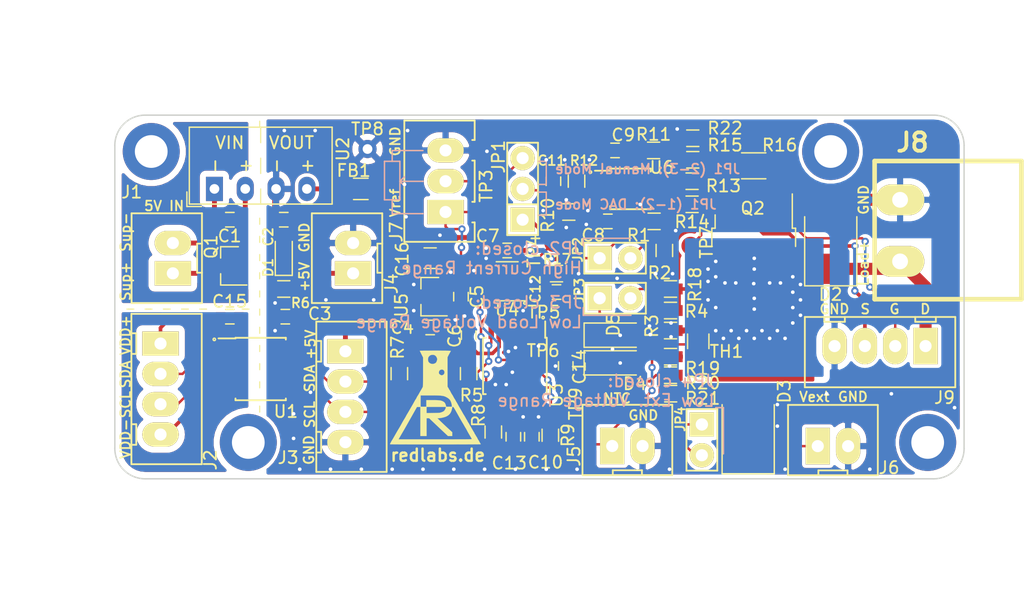
<source format=kicad_pcb>
(kicad_pcb (version 20171130) (host pcbnew "(5.1.2)-2")
  (layers (0 F.Cu signal) (31 B.Cu signal hide) (34 B.Paste user hide) (35 F.Paste user) (36 B.SilkS user) (37 F.SilkS user) (38 B.Mask user hide) (39 F.Mask user hide) (44 Edge.Cuts user))
  (net 0 "")
  (net 1 "Net-(C1-Pad2)")
  (net 2 "Net-(C1-Pad1)")
  (net 3 +5V)
  (net 4 GND)
  (net 5 VREF)
  (net 6 "Net-(C9-Pad2)")
  (net 7 "Net-(C9-Pad1)")
  (net 8 ADC_NTC)
  (net 9 "Net-(C11-Pad1)")
  (net 10 "Net-(C12-Pad1)")
  (net 11 ADC_V_EXT)
  (net 12 ADC_V_LOAD)
  (net 13 "Net-(D1-Pad1)")
  (net 14 FET_D)
  (net 15 "Net-(D3-Pad1)")
  (net 16 "Net-(J1-Pad1)")
  (net 17 "Net-(J2-Pad3)")
  (net 18 "Net-(J2-Pad2)")
  (net 19 SDA)
  (net 20 SCL)
  (net 21 "Net-(J7-Pad2)")
  (net 22 FET_G)
  (net 23 FET_S)
  (net 24 "Net-(JP1-Pad1)")
  (net 25 "Net-(R8-Pad1)")
  (net 26 "Net-(R10-Pad2)")
  (net 27 "Net-(R14-Pad2)")
  (net 28 "Net-(C15-Pad1)")
  (net 29 "Net-(C15-Pad2)")
  (net 30 "Net-(FB1-Pad2)")
  (net 31 "Net-(JP2-Pad1)")
  (net 32 "Net-(JP2-Pad2)")
  (net 33 "Net-(JP3-Pad2)")
  (net 34 "Net-(JP4-Pad2)")
  (net 35 "Net-(R1-Pad1)")
  (module redLabs-new:PIN_ARRAY_2X1_big_pads (layer F.Cu) (at 132.887 65.786 270)
    (fp_text reference JP4 (at -1.7035 1.778 90) (layer F.SilkS) (effects (font (size 0.762 0.762) (thickness 0.1524))))
    (fp_text value Jumper hide)
    (pad 2 thru_hole circle (at 1.27 0 270) (size 2 2) (drill 1) (layers *.Cu *.Mask F.SilkS) (net 34 "Net-(JP4-Pad2)"))
    (pad 1 thru_hole rect (at -1.27 0 270) (size 2 2) (drill 1.016) (layers *.Cu *.Mask F.SilkS) (net 11 ADC_V_EXT))
  )
  (module redLabs-new:PIN_ARRAY_3X1_big_pads (layer F.Cu) (at 118.11 45.085 90)
    (fp_text reference JP1 (at 2.656 -1.987 90) (layer F.SilkS) (effects (font (size 1.016 1.016) (thickness 0.1524))))
    (fp_text value Jumper_3_Bridged12 hide)
    (pad 3 thru_hole circle (at 2.54 0 90) (size 2 2) (drill 1) (layers *.Cu *.Mask F.SilkS) (net 21 "Net-(J7-Pad2)"))
    (pad 2 thru_hole circle (at 0 0 90) (size 2 2) (drill 1) (layers *.Cu *.Mask F.SilkS) (net 9 "Net-(C11-Pad1)"))
    (pad 1 thru_hole rect (at -2.54 0 90) (size 2 2) (drill 1) (layers *.Cu *.Mask F.SilkS) (net 24 "Net-(JP1-Pad1)"))
  )
  (module redLabs-new:PIN_ARRAY_2X1_big_pads (layer F.Cu) (at 125.73 50.8)
    (fp_text reference JP2 (at -3.0665 -0.6875 90) (layer F.SilkS) (effects (font (size 0.762 0.762) (thickness 0.1524))))
    (fp_text value Jumper hide)
    (pad 2 thru_hole circle (at 1.27 0) (size 2 2) (drill 1) (layers *.Cu *.Mask F.SilkS) (net 32 "Net-(JP2-Pad2)"))
    (pad 1 thru_hole rect (at -1.27 0) (size 2 2) (drill 1.016) (layers *.Cu *.Mask F.SilkS) (net 31 "Net-(JP2-Pad1)"))
  )
  (module redLabs-new:PIN_ARRAY_2X1_big_pads (layer F.Cu) (at 125.73 54.102)
    (fp_text reference JP3 (at -2.9395 -0.624 90) (layer F.SilkS) (effects (font (size 0.762 0.762) (thickness 0.1524))))
    (fp_text value Jumper hide)
    (pad 2 thru_hole circle (at 1.27 0) (size 2 2) (drill 1) (layers *.Cu *.Mask F.SilkS) (net 33 "Net-(JP3-Pad2)"))
    (pad 1 thru_hole rect (at -1.27 0) (size 2 2) (drill 1.016) (layers *.Cu *.Mask F.SilkS) (net 12 ADC_V_LOAD))
  )
  (module redLabs-new:LED_0805 (layer F.Cu) (at 98.425 50.419 90)
    (fp_text reference D1 (at -1.154 -1.2885 90) (layer F.SilkS) (effects (font (size 0.8 0.8))))
    (fp_text value LED)
    (pad 2 smd rect (at 1.1 0 270) (size 1.2 1.2) (layers F.Cu F.Paste F.Mask) (net 3 +5V))
    (pad 1 smd rect (at -1.1 0 270) (size 1.2 1.2) (layers F.Cu F.Paste F.Mask) (net 13 "Net-(D1-Pad1)"))
  )
  (module redLabs-new:D_MiniMELF (layer F.Cu) (at 125.73 59.436)
    (fp_text reference D4 (at 1.6325 1.7255) (layer F.SilkS))
    (fp_text value ZF5.1)
    (pad 1 smd rect (at -1.75 0) (size 1.3 1.7) (layers F.Cu F.Paste F.Mask) (net 11 ADC_V_EXT))
    (pad 2 smd rect (at 1.75 0) (size 1.3 1.7) (layers F.Cu F.Paste F.Mask) (net 4 GND))
  )
  (module redLabs-new:D_MiniMELF (layer F.Cu) (at 125.73 57.15)
    (fp_text reference D5 (at -0.1455 -0.878 90) (layer F.SilkS))
    (fp_text value ZF5.1)
    (pad 1 smd rect (at -1.75 0) (size 1.3 1.7) (layers F.Cu F.Paste F.Mask) (net 12 ADC_V_LOAD))
    (pad 2 smd rect (at 1.75 0) (size 1.3 1.7) (layers F.Cu F.Paste F.Mask) (net 4 GND))
  )
  (module redLabs-new:D_SMB_bidirectional (layer F.Cu) (at 136.705 65.035 90)
    (fp_text reference D3 (at 3.2385 2.9765 90) (layer F.SilkS))
    (fp_text value SMBJ60A)
    (pad 2 smd rect (at 2.15 0 90) (size 2.5 2.3) (layers F.Cu F.Paste F.Mask) (net 4 GND))
    (pad 1 smd rect (at -2.15 0 90) (size 2.5 2.3) (layers F.Cu F.Paste F.Mask) (net 15 "Net-(D3-Pad1)"))
  )
  (module redLabs-new:D_SMB_bidirectional (layer F.Cu) (at 143.51 49.53 90)
    (fp_text reference D2 (at -4.2655 -0.0185 180) (layer F.SilkS))
    (fp_text value SMBJ60A)
    (pad 2 smd rect (at 2.15 0 90) (size 2.5 2.3) (layers F.Cu F.Paste F.Mask) (net 4 GND))
    (pad 1 smd rect (at -2.15 0 90) (size 2.5 2.3) (layers F.Cu F.Paste F.Mask) (net 14 FET_D))
  )
  (module redLabs-new:AKL_2_RM508_RND205-00199 (layer F.Cu) (at 149.225 48.525 90)
    (fp_text reference J8 (at 7.275 1.025) (layer F.SilkS) (effects (font (size 1.524 1.524) (thickness 0.3048))))
    (fp_text value Conn_01x02)
    (pad 1 thru_hole oval (at -2.54 0 90) (size 2.54 4) (drill 1.3) (layers *.Cu *.Mask F.SilkS) (net 14 FET_D))
    (pad 2 thru_hole oval (at 2.54 0 90) (size 2.54 4) (drill 1.3) (layers *.Cu *.Mask F.SilkS) (net 4 GND))
  )
  (module redLabs-new:JST_XH4P_oval_pads (layer F.Cu) (at 88.265 61.595 270)
    (fp_text reference J2 (at 5.853 -4.109 90) (layer F.SilkS))
    (fp_text value Conn_01x04)
    (pad 2 thru_hole oval (at -1.25 0 270) (size 2 3) (drill 1) (layers *.Cu *.Mask F.SilkS) (net 18 "Net-(J2-Pad2)"))
    (pad 1 thru_hole rect (at -3.75 0 270) (size 2 3) (drill 1) (layers *.Cu *.Mask F.SilkS) (net 29 "Net-(C15-Pad2)"))
    (pad 3 thru_hole oval (at 1.25 0 270) (size 2 3) (drill 1) (layers *.Cu *.Mask F.SilkS) (net 17 "Net-(J2-Pad3)"))
    (pad 4 thru_hole oval (at 3.75 0 270) (size 2 3) (drill 1) (layers *.Cu *.Mask F.SilkS) (net 28 "Net-(C15-Pad1)"))
  )
  (module redLabs-new:JST_XH4P_oval_pads (layer F.Cu) (at 103.505 62.23 270)
    (fp_text reference J3 (at 5.0275 4.7175 180) (layer F.SilkS))
    (fp_text value Conn_01x04)
    (pad 2 thru_hole oval (at -1.25 0 270) (size 2 3) (drill 1) (layers *.Cu *.Mask F.SilkS) (net 19 SDA))
    (pad 1 thru_hole rect (at -3.75 0 270) (size 2 3) (drill 1) (layers *.Cu *.Mask F.SilkS) (net 3 +5V))
    (pad 3 thru_hole oval (at 1.25 0 270) (size 2 3) (drill 1) (layers *.Cu *.Mask F.SilkS) (net 20 SCL))
    (pad 4 thru_hole oval (at 3.75 0 270) (size 2 3) (drill 1) (layers *.Cu *.Mask F.SilkS) (net 4 GND))
  )
  (module redLabs-new:JST_XH4P_oval_pads (layer F.Cu) (at 147.574 58.05 180)
    (fp_text reference J9 (at -5.3155 -4.2545) (layer F.SilkS))
    (fp_text value Conn_01x04)
    (pad 2 thru_hole oval (at -1.25 0 180) (size 2 3) (drill 1) (layers *.Cu *.Mask F.SilkS) (net 22 FET_G))
    (pad 1 thru_hole rect (at -3.75 0 180) (size 2 3) (drill 1) (layers *.Cu *.Mask F.SilkS) (net 14 FET_D))
    (pad 3 thru_hole oval (at 1.25 0 180) (size 2 3) (drill 1) (layers *.Cu *.Mask F.SilkS) (net 23 FET_S))
    (pad 4 thru_hole oval (at 3.75 0 180) (size 2 3) (drill 1) (layers *.Cu *.Mask F.SilkS) (net 4 GND))
  )
  (module redLabs-new:JST_XH3P_oval_pads (layer F.Cu) (at 111.76 44.45 90)
    (fp_text reference J7 (at -4.191 -4.064 270) (layer F.SilkS))
    (fp_text value Conn_01x03)
    (pad 2 thru_hole oval (at 0 0 90) (size 2 3) (drill 1) (layers *.Cu *.Mask F.SilkS) (net 21 "Net-(J7-Pad2)"))
    (pad 1 thru_hole rect (at -2.54 0 90) (size 2 3) (drill 1) (layers *.Cu *.Mask F.SilkS) (net 5 VREF))
    (pad 3 thru_hole oval (at 2.54 0 90) (size 2 3) (drill 1) (layers *.Cu *.Mask F.SilkS) (net 4 GND))
  )
  (module Mounting_Holes:MountingHole_2.7mm_M2.5_DIN965_Pad (layer F.Cu) (at 143.5 42)
    (fp_text reference H4 (at 0 0) (layer F.SilkS))
    (fp_text value MountingHole)
    (pad 1 thru_hole circle (at 0 0) (size 4.7 4.7) (drill 2.7) (layers *.Cu *.Mask))
  )
  (module redLabs-new:RL_LOGO3_schrift (layer F.Cu) (at 111.125 62.865)
    (fp_text reference G*** hide)
    (fp_text value LOGO hide)
    (fp_text user redlabs.de (at 0 4.191) (layer F.SilkS) (effects (font (thickness 0.2))))
  )
  (module Capacitors_SMD:C_0603 (layer F.Cu) (at 93.98 47.625)
    (fp_text reference C1 (at -0.0185 1.3445) (layer F.SilkS))
    (fp_text value 100n)
    (pad 2 smd rect (at 0.75 0) (size 0.8 0.75) (layers F.Cu F.Paste F.Mask) (net 1 "Net-(C1-Pad2)"))
    (pad 1 smd rect (at -0.75 0) (size 0.8 0.75) (layers F.Cu F.Paste F.Mask) (net 2 "Net-(C1-Pad1)"))
  )
  (module Capacitors_SMD:C_0603 (layer F.Cu) (at 98.425 47.625 180)
    (fp_text reference C2 (at 1.2885 -1.408 90) (layer F.SilkS) (effects (font (size 0.8 0.8))))
    (fp_text value 100n)
    (pad 1 smd rect (at -0.75 0 180) (size 0.8 0.75) (layers F.Cu F.Paste F.Mask) (net 3 +5V))
    (pad 2 smd rect (at 0.75 0 180) (size 0.8 0.75) (layers F.Cu F.Paste F.Mask) (net 4 GND))
  )
  (module Capacitors_SMD:C_0603 (layer F.Cu) (at 98.552 55.626 180)
    (fp_text reference C3 (at -2.839 0.243) (layer F.SilkS))
    (fp_text value 100n)
    (pad 1 smd rect (at -0.75 0 180) (size 0.8 0.75) (layers F.Cu F.Paste F.Mask) (net 3 +5V))
    (pad 2 smd rect (at 0.75 0 180) (size 0.8 0.75) (layers F.Cu F.Paste F.Mask) (net 4 GND))
  )
  (module Capacitors_SMD:C_0603 (layer F.Cu) (at 110.49 56.515 180)
    (fp_text reference C4 (at 2.3045 -0.011) (layer F.SilkS))
    (fp_text value 100n)
    (pad 1 smd rect (at -0.75 0 180) (size 0.8 0.75) (layers F.Cu F.Paste F.Mask) (net 3 +5V))
    (pad 2 smd rect (at 0.75 0 180) (size 0.8 0.75) (layers F.Cu F.Paste F.Mask) (net 4 GND))
  )
  (module Capacitors_SMD:C_0603 (layer F.Cu) (at 113.03 53.975 270)
    (fp_text reference C5 (at 0 -1.315 90) (layer F.SilkS))
    (fp_text value 100n)
    (pad 2 smd rect (at 0.75 0 270) (size 0.8 0.75) (layers F.Cu F.Paste F.Mask) (net 4 GND))
    (pad 1 smd rect (at -0.75 0 270) (size 0.8 0.75) (layers F.Cu F.Paste F.Mask) (net 5 VREF))
  )
  (module Capacitors_SMD:C_0603 (layer F.Cu) (at 113.665 57.15 90)
    (fp_text reference C6 (at -0.0745 -1.1615 90) (layer F.SilkS))
    (fp_text value 100n)
    (pad 1 smd rect (at -0.75 0 90) (size 0.8 0.75) (layers F.Cu F.Paste F.Mask) (net 3 +5V))
    (pad 2 smd rect (at 0.75 0 90) (size 0.8 0.75) (layers F.Cu F.Paste F.Mask) (net 4 GND))
  )
  (module Capacitors_SMD:C_0603 (layer F.Cu) (at 116.84 50.165 180)
    (fp_text reference C7 (at 1.606 1.1955) (layer F.SilkS))
    (fp_text value 100n)
    (pad 2 smd rect (at 0.75 0 180) (size 0.8 0.75) (layers F.Cu F.Paste F.Mask) (net 4 GND))
    (pad 1 smd rect (at -0.75 0 180) (size 0.8 0.75) (layers F.Cu F.Paste F.Mask) (net 3 +5V))
  )
  (module Capacitors_SMD:C_0603 (layer F.Cu) (at 125.14 47.763 180)
    (fp_text reference C8 (at 1.2065 -1.143 180) (layer F.SilkS))
    (fp_text value 100n)
    (pad 2 smd rect (at 0.75 0 180) (size 0.8 0.75) (layers F.Cu F.Paste F.Mask) (net 4 GND))
    (pad 1 smd rect (at -0.75 0 180) (size 0.8 0.75) (layers F.Cu F.Paste F.Mask) (net 3 +5V))
  )
  (module Capacitors_SMD:C_0603 (layer F.Cu) (at 125.73 41.91 180)
    (fp_text reference C9 (at -0.68 1.27) (layer F.SilkS))
    (fp_text value 22p)
    (pad 2 smd rect (at 0.75 0 180) (size 0.8 0.75) (layers F.Cu F.Paste F.Mask) (net 6 "Net-(C9-Pad2)"))
    (pad 1 smd rect (at -0.75 0 180) (size 0.8 0.75) (layers F.Cu F.Paste F.Mask) (net 7 "Net-(C9-Pad1)"))
  )
  (module Capacitors_SMD:C_0603 (layer F.Cu) (at 118.872 65.532 270)
    (fp_text reference C10 (at 2.1065 -1.1245) (layer F.SilkS))
    (fp_text value 1n)
    (pad 1 smd rect (at -0.75 0 270) (size 0.8 0.75) (layers F.Cu F.Paste F.Mask) (net 8 ADC_NTC))
    (pad 2 smd rect (at 0.75 0 270) (size 0.8 0.75) (layers F.Cu F.Paste F.Mask) (net 4 GND))
  )
  (module Capacitors_SMD:C_0603 (layer F.Cu) (at 120.65 44.45 90)
    (fp_text reference C11 (at 1.7035 -0.1455) (layer F.SilkS) (effects (font (size 0.8 0.8))))
    (fp_text value 100n)
    (pad 2 smd rect (at 0.75 0 90) (size 0.8 0.75) (layers F.Cu F.Paste F.Mask) (net 4 GND))
    (pad 1 smd rect (at -0.75 0 90) (size 0.8 0.75) (layers F.Cu F.Paste F.Mask) (net 9 "Net-(C11-Pad1)"))
  )
  (module Capacitors_SMD:C_0603 (layer F.Cu) (at 120.904 53.594)
    (fp_text reference C12 (at -1.733 -0.243 270) (layer F.SilkS) (effects (font (size 0.8 0.8))))
    (fp_text value 1n)
    (pad 1 smd rect (at -0.75 0) (size 0.8 0.75) (layers F.Cu F.Paste F.Mask) (net 10 "Net-(C12-Pad1)"))
    (pad 2 smd rect (at 0.75 0) (size 0.8 0.75) (layers F.Cu F.Paste F.Mask) (net 4 GND))
  )
  (module Capacitors_SMD:C_0603 (layer F.Cu) (at 117.348 65.532 270)
    (fp_text reference C13 (at 2.17 0.336 180) (layer F.SilkS))
    (fp_text value 1n)
    (pad 2 smd rect (at 0.75 0 270) (size 0.8 0.75) (layers F.Cu F.Paste F.Mask) (net 4 GND))
    (pad 1 smd rect (at -0.75 0 270) (size 0.8 0.75) (layers F.Cu F.Paste F.Mask) (net 11 ADC_V_EXT))
  )
  (module Capacitors_SMD:C_0603 (layer F.Cu) (at 121.666 59.69 270)
    (fp_text reference C14 (at 0.0745 -1.1245 90) (layer F.SilkS))
    (fp_text value 1n)
    (pad 1 smd rect (at -0.75 0 270) (size 0.8 0.75) (layers F.Cu F.Paste F.Mask) (net 12 ADC_V_LOAD))
    (pad 2 smd rect (at 0.75 0 270) (size 0.8 0.75) (layers F.Cu F.Paste F.Mask) (net 4 GND))
  )
  (module redLabs-new:JST_XH2P_oval_pads (layer F.Cu) (at 89.281 50.8 90)
    (fp_text reference J1 (at 5.45 -3.384) (layer F.SilkS))
    (fp_text value Conn_01x02 hide)
    (pad 1 thru_hole rect (at -1.25 0 90) (size 2 3) (drill 1) (layers *.Cu *.Mask F.SilkS) (net 16 "Net-(J1-Pad1)"))
    (pad 2 thru_hole oval (at 1.25 0 90) (size 2 3) (drill 1) (layers *.Cu *.Mask F.SilkS) (net 2 "Net-(C1-Pad1)"))
  )
  (module redLabs-new:JST_XH2P_oval_pads (layer F.Cu) (at 104.14 50.8 90)
    (fp_text reference J4 (at -2.1065 3.1565 90) (layer F.SilkS))
    (fp_text value Conn_01x02 hide)
    (pad 2 thru_hole oval (at 1.25 0 90) (size 2 3) (drill 1) (layers *.Cu *.Mask F.SilkS) (net 4 GND))
    (pad 1 thru_hole rect (at -1.25 0 90) (size 2 3) (drill 1) (layers *.Cu *.Mask F.SilkS) (net 3 +5V))
  )
  (module redLabs-new:JST_XH2P_oval_pads (layer F.Cu) (at 126.746 66.294)
    (fp_text reference J5 (at -4.4 0.8365 90) (layer F.SilkS))
    (fp_text value Conn_01x02 hide)
    (pad 2 thru_hole oval (at 1.25 0) (size 2 3) (drill 1) (layers *.Cu *.Mask F.SilkS) (net 4 GND))
    (pad 1 thru_hole rect (at -1.25 0) (size 2 3) (drill 1) (layers *.Cu *.Mask F.SilkS) (net 8 ADC_NTC))
  )
  (module TO_SOT_Packages_SMD:SOT-23 (layer F.Cu) (at 93.98 51.435 180)
    (fp_text reference Q1 (at 1.5425 1.5765 90) (layer F.SilkS))
    (fp_text value PMV250EPEA)
    (pad 1 smd rect (at -1 -0.95 180) (size 0.9 0.8) (layers F.Cu F.Paste F.Mask) (net 2 "Net-(C1-Pad1)"))
    (pad 2 smd rect (at -1 0.95 180) (size 0.9 0.8) (layers F.Cu F.Paste F.Mask) (net 1 "Net-(C1-Pad2)"))
    (pad 3 smd rect (at 1 0 180) (size 0.9 0.8) (layers F.Cu F.Paste F.Mask) (net 16 "Net-(J1-Pad1)"))
  )
  (module TO_SOT_Packages_SMD:TO-252-2 (layer F.Cu) (at 137.16 50.8 270)
    (fp_text reference Q2 (at -4.1165 0.082 180) (layer F.SilkS))
    (fp_text value TSM70N600)
    (pad 2 smd rect (at 0.425 1.525 270) (size 3.05 2.75) (layers F.Cu F.Paste) (net 14 FET_D))
    (pad 2 smd rect (at 3.775 -1.525 270) (size 3.05 2.75) (layers F.Cu F.Paste) (net 14 FET_D))
    (pad 2 smd rect (at 0.425 -1.525 270) (size 3.05 2.75) (layers F.Cu F.Paste) (net 14 FET_D))
    (pad 2 smd rect (at 3.775 1.525 270) (size 3.05 2.75) (layers F.Cu F.Paste) (net 14 FET_D))
    (pad 2 smd rect (at 2.1 0 270) (size 6.4 5.8) (layers F.Cu F.Mask) (net 14 FET_D))
    (pad 3 smd rect (at -4.2 2.28 270) (size 2.2 1.2) (layers F.Cu F.Paste F.Mask) (net 23 FET_S))
    (pad 1 smd rect (at -4.2 -2.28 270) (size 2.2 1.2) (layers F.Cu F.Paste F.Mask) (net 22 FET_G))
  )
  (module Resistors_SMD:R_0603 (layer F.Cu) (at 128.95 47.763 180)
    (fp_text reference R1 (at 1.27 -1.143 180) (layer F.SilkS))
    (fp_text value 11k)
    (pad 1 smd rect (at -0.75 0 180) (size 0.5 0.9) (layers F.Cu F.Paste F.Mask) (net 35 "Net-(R1-Pad1)"))
    (pad 2 smd rect (at 0.75 0 180) (size 0.5 0.9) (layers F.Cu F.Paste F.Mask) (net 32 "Net-(JP2-Pad2)"))
  )
  (module Resistors_SMD:R_0603 (layer F.Cu) (at 129.794 50.165 270)
    (fp_text reference R2 (at 1.8525 0.3995 180) (layer F.SilkS))
    (fp_text value 10k)
    (pad 2 smd rect (at 0.75 0 270) (size 0.5 0.9) (layers F.Cu F.Paste F.Mask) (net 4 GND))
    (pad 1 smd rect (at -0.75 0 270) (size 0.5 0.9) (layers F.Cu F.Paste F.Mask) (net 35 "Net-(R1-Pad1)"))
  )
  (module Resistors_SMD:R_0603 (layer F.Cu) (at 130.302 56.769)
    (fp_text reference R3 (at -1.5425 -0.37 90) (layer F.SilkS))
    (fp_text value 10k)
    (pad 2 smd rect (at 0.75 0) (size 0.5 0.9) (layers F.Cu F.Paste F.Mask) (net 4 GND))
    (pad 1 smd rect (at -0.75 0) (size 0.5 0.9) (layers F.Cu F.Paste F.Mask) (net 12 ADC_V_LOAD))
  )
  (module Resistors_SMD:R_0603 (layer F.Cu) (at 130.302 55.118 180)
    (fp_text reference R4 (at -2.1405 -0.0745) (layer F.SilkS))
    (fp_text value 110k)
    (pad 1 smd rect (at -0.75 0 180) (size 0.5 0.9) (layers F.Cu F.Paste F.Mask) (net 14 FET_D))
    (pad 2 smd rect (at 0.75 0 180) (size 0.5 0.9) (layers F.Cu F.Paste F.Mask) (net 12 ADC_V_LOAD))
  )
  (module Resistors_SMD:R_0603 (layer F.Cu) (at 113.665 60.325 270)
    (fp_text reference R5 (at 1.789 -0.2355 180) (layer F.SilkS))
    (fp_text value 4k7)
    (pad 2 smd rect (at 0.75 0 270) (size 0.5 0.9) (layers F.Cu F.Paste F.Mask) (net 19 SDA))
    (pad 1 smd rect (at -0.75 0 270) (size 0.5 0.9) (layers F.Cu F.Paste F.Mask) (net 3 +5V))
  )
  (module Resistors_SMD:R_0603 (layer F.Cu) (at 98.425 53.34 180)
    (fp_text reference R6 (at -1.3785 -1.154) (layer F.SilkS) (effects (font (size 0.8 0.8))))
    (fp_text value 1k)
    (pad 2 smd rect (at 0.75 0 180) (size 0.5 0.9) (layers F.Cu F.Paste F.Mask) (net 4 GND))
    (pad 1 smd rect (at -0.75 0 180) (size 0.5 0.9) (layers F.Cu F.Paste F.Mask) (net 13 "Net-(D1-Pad1)"))
  )
  (module Resistors_SMD:R_0603 (layer F.Cu) (at 107.95 60.325 270)
    (fp_text reference R7 (at -2.148 0.1455 90) (layer F.SilkS))
    (fp_text value 4k7)
    (pad 1 smd rect (at -0.75 0 270) (size 0.5 0.9) (layers F.Cu F.Paste F.Mask) (net 3 +5V))
    (pad 2 smd rect (at 0.75 0 270) (size 0.5 0.9) (layers F.Cu F.Paste F.Mask) (net 20 SCL))
  )
  (module Resistors_SMD:R_0603 (layer F.Cu) (at 115.697 65.139 270)
    (fp_text reference R8 (at -1.374 1.225 270) (layer F.SilkS))
    (fp_text value JUMPER)
    (pad 1 smd rect (at -0.75 0 270) (size 0.5 0.9) (layers F.Cu F.Paste F.Mask) (net 25 "Net-(R8-Pad1)"))
    (pad 2 smd rect (at 0.75 0 270) (size 0.5 0.9) (layers F.Cu F.Paste F.Mask) (net 4 GND))
  )
  (module Resistors_SMD:R_0603 (layer F.Cu) (at 120.396 65.405 270)
    (fp_text reference R9 (at 0 -1.45 90) (layer F.SilkS))
    (fp_text value 10k)
    (pad 2 smd rect (at 0.75 0 270) (size 0.5 0.9) (layers F.Cu F.Paste F.Mask) (net 8 ADC_NTC))
    (pad 1 smd rect (at -0.75 0 270) (size 0.5 0.9) (layers F.Cu F.Paste F.Mask) (net 5 VREF))
  )
  (module Resistors_SMD:R_0603 (layer F.Cu) (at 121.92 46.99)
    (fp_text reference R10 (at -1.733 0.265 90) (layer F.SilkS))
    (fp_text value 10k)
    (pad 1 smd rect (at -0.75 0) (size 0.5 0.9) (layers F.Cu F.Paste F.Mask) (net 9 "Net-(C11-Pad1)"))
    (pad 2 smd rect (at 0.75 0) (size 0.5 0.9) (layers F.Cu F.Paste F.Mask) (net 26 "Net-(R10-Pad2)"))
  )
  (module Resistors_SMD:R_0603 (layer F.Cu) (at 128.905 41.91 180)
    (fp_text reference R11 (at 0 1.3225) (layer F.SilkS))
    (fp_text value 15k)
    (pad 1 smd rect (at -0.75 0 180) (size 0.5 0.9) (layers F.Cu F.Paste F.Mask) (net 31 "Net-(JP2-Pad1)"))
    (pad 2 smd rect (at 0.75 0 180) (size 0.5 0.9) (layers F.Cu F.Paste F.Mask) (net 7 "Net-(C9-Pad1)"))
  )
  (module Resistors_SMD:R_0603 (layer F.Cu) (at 122.555 44.45 90)
    (fp_text reference R12 (at 1.7035 0.6165 180) (layer F.SilkS) (effects (font (size 0.8 0.8))))
    (fp_text value 10M)
    (pad 2 smd rect (at 0.75 0 90) (size 0.5 0.9) (layers F.Cu F.Paste F.Mask) (net 6 "Net-(C9-Pad2)"))
    (pad 1 smd rect (at -0.75 0 90) (size 0.5 0.9) (layers F.Cu F.Paste F.Mask) (net 26 "Net-(R10-Pad2)"))
  )
  (module Resistors_SMD:R_0603 (layer F.Cu) (at 132.08 44.45 180)
    (fp_text reference R13 (at -2.585 -0.392) (layer F.SilkS))
    (fp_text value 190k)
    (pad 2 smd rect (at 0.75 0 180) (size 0.5 0.9) (layers F.Cu F.Paste F.Mask) (net 31 "Net-(JP2-Pad1)"))
    (pad 1 smd rect (at -0.75 0 180) (size 0.5 0.9) (layers F.Cu F.Paste F.Mask) (net 35 "Net-(R1-Pad1)"))
  )
  (module Resistors_SMD:R_0603 (layer F.Cu) (at 132.08 46.355 180)
    (fp_text reference R14 (at 0 -1.45) (layer F.SilkS))
    (fp_text value 15k)
    (pad 1 smd rect (at -0.75 0 180) (size 0.5 0.9) (layers F.Cu F.Paste F.Mask) (net 23 FET_S))
    (pad 2 smd rect (at 0.75 0 180) (size 0.5 0.9) (layers F.Cu F.Paste F.Mask) (net 27 "Net-(R14-Pad2)"))
  )
  (module Resistors_SMD:R_0603 (layer F.Cu) (at 132.137 42.683 180)
    (fp_text reference R15 (at -2.655 1.2065) (layer F.SilkS))
    (fp_text value 100)
    (pad 2 smd rect (at 0.75 0 180) (size 0.5 0.9) (layers F.Cu F.Paste F.Mask) (net 6 "Net-(C9-Pad2)"))
    (pad 1 smd rect (at -0.75 0 180) (size 0.5 0.9) (layers F.Cu F.Paste F.Mask) (net 22 FET_G))
  )
  (module Resistors_SMD:R_1206_HandSoldering (layer F.Cu) (at 137.16 43.18)
    (fp_text reference R16 (at 2.1405 -1.7035) (layer F.SilkS))
    (fp_text value 0R1)
    (pad 2 smd rect (at 2 0) (size 2 1.7) (layers F.Cu F.Paste F.Mask) (net 4 GND))
    (pad 1 smd rect (at -2 0) (size 2 1.7) (layers F.Cu F.Paste F.Mask) (net 23 FET_S))
  )
  (module Resistors_SMD:R_0603 (layer F.Cu) (at 120.904 52.07 180)
    (fp_text reference R17 (at -0.045 1.1955 180) (layer F.SilkS) (effects (font (size 0.8 0.8))))
    (fp_text value 1k)
    (pad 1 smd rect (at -0.75 0 180) (size 0.5 0.9) (layers F.Cu F.Paste F.Mask) (net 31 "Net-(JP2-Pad1)"))
    (pad 2 smd rect (at 0.75 0 180) (size 0.5 0.9) (layers F.Cu F.Paste F.Mask) (net 10 "Net-(C12-Pad1)"))
  )
  (module Resistors_SMD:R_0603 (layer F.Cu) (at 130.302 53.34 180)
    (fp_text reference R18 (at -2.0135 0.37 90) (layer F.SilkS))
    (fp_text value 11k)
    (pad 1 smd rect (at -0.75 0 180) (size 0.5 0.9) (layers F.Cu F.Paste F.Mask) (net 14 FET_D))
    (pad 2 smd rect (at 0.75 0 180) (size 0.5 0.9) (layers F.Cu F.Paste F.Mask) (net 33 "Net-(JP3-Pad2)"))
  )
  (module Resistors_SMD:R_0603 (layer F.Cu) (at 130.302 58.928)
    (fp_text reference R19 (at 2.6485 0.9635) (layer F.SilkS))
    (fp_text value 10k)
    (pad 2 smd rect (at 0.75 0) (size 0.5 0.9) (layers F.Cu F.Paste F.Mask) (net 4 GND))
    (pad 1 smd rect (at -0.75 0) (size 0.5 0.9) (layers F.Cu F.Paste F.Mask) (net 11 ADC_V_EXT))
  )
  (module Resistors_SMD:R_0805 (layer F.Cu) (at 132.588 57.658 90)
    (fp_text reference TH1 (at -0.8365 2.331 180) (layer F.SilkS))
    (fp_text value Thermistor_NTC)
    (pad 2 smd rect (at 0.95 0 90) (size 0.7 1.3) (layers F.Cu F.Paste F.Mask) (net 4 GND))
    (pad 1 smd rect (at -0.95 0 90) (size 0.7 1.3) (layers F.Cu F.Paste F.Mask) (net 8 ADC_NTC))
  )
  (module Measurement_Points:Measurement_Point_Round-SMD-Pad_Small (layer F.Cu) (at 115.316 46.99)
    (fp_text reference TP3 (at -0.209 -2.148 90) (layer F.SilkS))
    (fp_text value Vref)
    (pad 1 smd circle (at 0 0) (size 1.5 1.5) (layers F.Cu F.Mask) (net 5 VREF))
  )
  (module Measurement_Points:Measurement_Point_Round-SMD-Pad_Small (layer F.Cu) (at 120.65 49.53)
    (fp_text reference TP4 (at -1.606 0.7095 90) (layer F.SilkS))
    (fp_text value VDAC)
    (pad 1 smd circle (at 0 0) (size 1.5 1.5) (layers F.Cu F.Mask) (net 24 "Net-(JP1-Pad1)"))
  )
  (module Measurement_Points:Measurement_Point_Round-SMD-Pad_Small (layer F.Cu) (at 122.047 55.245)
    (fp_text reference TP5 (at -2.1775 0.011) (layer F.SilkS))
    (fp_text value Vshunt_amp)
    (pad 1 smd circle (at 0 0) (size 1.5 1.5) (layers F.Cu F.Mask) (net 10 "Net-(C12-Pad1)"))
  )
  (module Measurement_Points:Measurement_Point_Round-SMD-Pad_Small (layer F.Cu) (at 121.412 57.15)
    (fp_text reference TP6 (at -1.606 1.281) (layer F.SilkS))
    (fp_text value Vload)
    (pad 1 smd circle (at 0 0) (size 1.5 1.5) (layers F.Cu F.Mask) (net 12 ADC_V_LOAD))
  )
  (module Measurement_Points:Measurement_Point_Round-SMD-Pad_Small (layer F.Cu) (at 131.953 49.784)
    (fp_text reference TP7 (at 1.315 -0.3065 90) (layer F.SilkS))
    (fp_text value Vshunt)
    (pad 1 smd circle (at 0 0) (size 1.5 1.5) (layers F.Cu F.Mask) (net 23 FET_S))
  )
  (module Measurement_Points:Measurement_Point_Round-SMD-Pad_Small (layer F.Cu) (at 123.997 61.606)
    (fp_text reference TP9 (at -1.524 1.2065 90) (layer F.SilkS))
    (fp_text value Vext)
    (pad 1 smd circle (at 0 0) (size 1.5 1.5) (layers F.Cu F.Mask) (net 11 ADC_V_EXT))
  )
  (module Housings_SOIC:SOIC-8_3.9x4.9mm_Pitch1.27mm (layer F.Cu) (at 96.52 59.944)
    (fp_text reference U1 (at 2.077 3.5035) (layer F.SilkS))
    (fp_text value ADuM1250)
    (pad 8 smd rect (at 2.7 -1.905) (size 1.55 0.6) (layers F.Cu F.Paste F.Mask) (net 3 +5V))
    (pad 7 smd rect (at 2.7 -0.635) (size 1.55 0.6) (layers F.Cu F.Paste F.Mask) (net 19 SDA))
    (pad 6 smd rect (at 2.7 0.635) (size 1.55 0.6) (layers F.Cu F.Paste F.Mask) (net 20 SCL))
    (pad 5 smd rect (at 2.7 1.905) (size 1.55 0.6) (layers F.Cu F.Paste F.Mask) (net 4 GND))
    (pad 4 smd rect (at -2.7 1.905) (size 1.55 0.6) (layers F.Cu F.Paste F.Mask) (net 28 "Net-(C15-Pad1)"))
    (pad 3 smd rect (at -2.7 0.635) (size 1.55 0.6) (layers F.Cu F.Paste F.Mask) (net 17 "Net-(J2-Pad3)"))
    (pad 2 smd rect (at -2.7 -0.635) (size 1.55 0.6) (layers F.Cu F.Paste F.Mask) (net 18 "Net-(J2-Pad2)"))
    (pad 1 smd rect (at -2.7 -1.905) (size 1.55 0.6) (layers F.Cu F.Paste F.Mask) (net 29 "Net-(C15-Pad2)"))
  )
  (module redLabs-new:DCDC-Isolated-SIP4 (layer F.Cu) (at 92.71 45.085 90)
    (fp_text reference U2 (at 3.291 10.586 90) (layer F.SilkS))
    (fp_text value AM1S-0505)
    (fp_text user VIN (at 3.81 1.27) (layer F.SilkS))
    (fp_text user VOUT (at 3.81 6.35) (layer F.SilkS))
    (fp_text user - (at 1.905 0 90) (layer F.SilkS))
    (fp_text user + (at 1.905 2.54 90) (layer F.SilkS))
    (fp_text user - (at 1.905 5.08 90) (layer F.SilkS))
    (fp_text user + (at 1.905 7.62 90) (layer F.SilkS))
    (pad 1 thru_hole rect (at 0 0) (size 1.4 2) (drill 0.8) (layers *.Cu *.Mask) (net 2 "Net-(C1-Pad1)"))
    (pad 2 thru_hole oval (at 0 2.54) (size 1.4 2) (drill 0.8) (layers *.Cu *.Mask) (net 1 "Net-(C1-Pad2)"))
    (pad 3 thru_hole oval (at 0 5.08) (size 1.4 2) (drill 0.8) (layers *.Cu *.Mask) (net 4 GND))
    (pad 4 thru_hole oval (at 0 7.62) (size 1.4 2) (drill 0.8) (layers *.Cu *.Mask) (net 30 "Net-(FB1-Pad2)"))
  )
  (module Housings_SSOP:TSSOP-14_4.4x5mm_Pitch0.65mm (layer F.Cu) (at 117.475 59.69 270)
    (fp_text reference U3 (at 2.41 -3.425 270) (layer F.SilkS))
    (fp_text value MCP3428)
    (pad 14 smd rect (at 2.95 -1.95 270) (size 1.45 0.45) (layers F.Cu F.Paste F.Mask) (net 4 GND))
    (pad 13 smd rect (at 2.95 -1.3 270) (size 1.45 0.45) (layers F.Cu F.Paste F.Mask) (net 8 ADC_NTC))
    (pad 12 smd rect (at 2.95 -0.65 270) (size 1.45 0.45) (layers F.Cu F.Paste F.Mask) (net 4 GND))
    (pad 11 smd rect (at 2.95 0 270) (size 1.45 0.45) (layers F.Cu F.Paste F.Mask) (net 11 ADC_V_EXT))
    (pad 10 smd rect (at 2.95 0.65 270) (size 1.45 0.45) (layers F.Cu F.Paste F.Mask) (net 25 "Net-(R8-Pad1)"))
    (pad 9 smd rect (at 2.95 1.3 270) (size 1.45 0.45) (layers F.Cu F.Paste F.Mask) (net 4 GND))
    (pad 8 smd rect (at 2.95 1.95 270) (size 1.45 0.45) (layers F.Cu F.Paste F.Mask) (net 20 SCL))
    (pad 7 smd rect (at -2.95 1.95 270) (size 1.45 0.45) (layers F.Cu F.Paste F.Mask) (net 19 SDA))
    (pad 6 smd rect (at -2.95 1.3 270) (size 1.45 0.45) (layers F.Cu F.Paste F.Mask) (net 3 +5V))
    (pad 5 smd rect (at -2.95 0.65 270) (size 1.45 0.45) (layers F.Cu F.Paste F.Mask) (net 4 GND))
    (pad 4 smd rect (at -2.95 0 270) (size 1.45 0.45) (layers F.Cu F.Paste F.Mask) (net 4 GND))
    (pad 3 smd rect (at -2.95 -0.65 270) (size 1.45 0.45) (layers F.Cu F.Paste F.Mask) (net 12 ADC_V_LOAD))
    (pad 2 smd rect (at -2.95 -1.3 270) (size 1.45 0.45) (layers F.Cu F.Paste F.Mask) (net 4 GND))
    (pad 1 smd rect (at -2.95 -1.95 270) (size 1.45 0.45) (layers F.Cu F.Paste F.Mask) (net 10 "Net-(C12-Pad1)"))
  )
  (module TO_SOT_Packages_SMD:SOT-23-6 (layer F.Cu) (at 116.84 52.705 180)
    (fp_text reference U4 (at 0 -2.3605) (layer F.SilkS))
    (fp_text value MCP4726)
    (pad 5 smd rect (at 1.1 0 180) (size 1.06 0.65) (layers F.Cu F.Paste F.Mask) (net 20 SCL))
    (pad 6 smd rect (at 1.1 -0.95 180) (size 1.06 0.65) (layers F.Cu F.Paste F.Mask) (net 5 VREF))
    (pad 4 smd rect (at 1.1 0.95 180) (size 1.06 0.65) (layers F.Cu F.Paste F.Mask) (net 19 SDA))
    (pad 3 smd rect (at -1.1 0.95 180) (size 1.06 0.65) (layers F.Cu F.Paste F.Mask) (net 3 +5V))
    (pad 2 smd rect (at -1.1 0 180) (size 1.06 0.65) (layers F.Cu F.Paste F.Mask) (net 4 GND))
    (pad 1 smd rect (at -1.1 -0.95 180) (size 1.06 0.65) (layers F.Cu F.Paste F.Mask) (net 24 "Net-(JP1-Pad1)"))
  )
  (module TO_SOT_Packages_SMD:SOT-23 (layer F.Cu) (at 110.49 53.975 180)
    (fp_text reference U5 (at 2.368 -0.7095 90) (layer F.SilkS))
    (fp_text value REF3020)
    (pad 3 smd rect (at 1 0 180) (size 0.9 0.8) (layers F.Cu F.Paste F.Mask) (net 4 GND))
    (pad 2 smd rect (at -1 0.95 180) (size 0.9 0.8) (layers F.Cu F.Paste F.Mask) (net 5 VREF))
    (pad 1 smd rect (at -1 -0.95 180) (size 0.9 0.8) (layers F.Cu F.Paste F.Mask) (net 3 +5V))
  )
  (module Housings_SSOP:MSOP-8_3x3mm_Pitch0.65mm (layer F.Cu) (at 127 45.085)
    (fp_text reference U6 (at 2.585 -1.767) (layer F.SilkS))
    (fp_text value MCP6V12)
    (pad 8 smd rect (at 2.2 -0.975) (size 1.45 0.45) (layers F.Cu F.Paste F.Mask) (net 3 +5V))
    (pad 7 smd rect (at 2.2 -0.325) (size 1.45 0.45) (layers F.Cu F.Paste F.Mask) (net 31 "Net-(JP2-Pad1)"))
    (pad 6 smd rect (at 2.2 0.325) (size 1.45 0.45) (layers F.Cu F.Paste F.Mask) (net 35 "Net-(R1-Pad1)"))
    (pad 5 smd rect (at 2.2 0.975) (size 1.45 0.45) (layers F.Cu F.Paste F.Mask) (net 27 "Net-(R14-Pad2)"))
    (pad 4 smd rect (at -2.2 0.975) (size 1.45 0.45) (layers F.Cu F.Paste F.Mask) (net 4 GND))
    (pad 3 smd rect (at -2.2 0.325) (size 1.45 0.45) (layers F.Cu F.Paste F.Mask) (net 26 "Net-(R10-Pad2)"))
    (pad 2 smd rect (at -2.2 -0.325) (size 1.45 0.45) (layers F.Cu F.Paste F.Mask) (net 7 "Net-(C9-Pad1)"))
    (pad 1 smd rect (at -2.2 -0.975) (size 1.45 0.45) (layers F.Cu F.Paste F.Mask) (net 6 "Net-(C9-Pad2)"))
  )
  (module Capacitors_SMD:C_0603 (layer F.Cu) (at 93.98 55.626 180)
    (fp_text reference C15 (at 0.0185 1.259) (layer F.SilkS))
    (fp_text value 100n)
    (pad 1 smd rect (at -0.75 0 180) (size 0.8 0.75) (layers F.Cu F.Paste F.Mask) (net 28 "Net-(C15-Pad1)"))
    (pad 2 smd rect (at 0.75 0 180) (size 0.8 0.75) (layers F.Cu F.Paste F.Mask) (net 29 "Net-(C15-Pad2)"))
  )
  (module Capacitors_SMD:C_0805 (layer F.Cu) (at 110.49 50.8 180)
    (fp_text reference C16 (at 2.3045 -0.0745 90) (layer F.SilkS))
    (fp_text value 10u)
    (pad 2 smd rect (at 1 0 180) (size 1 1.25) (layers F.Cu F.Paste F.Mask) (net 4 GND))
    (pad 1 smd rect (at -1 0 180) (size 1 1.25) (layers F.Cu F.Paste F.Mask) (net 3 +5V))
  )
  (module Resistors_SMD:R_0805 (layer F.Cu) (at 104.775 45.085 180)
    (fp_text reference FB1 (at 0.59 1.513 180) (layer F.SilkS))
    (fp_text value "BLM21PG 300")
    (pad 2 smd rect (at 0.95 0 180) (size 0.7 1.3) (layers F.Cu F.Paste F.Mask) (net 30 "Net-(FB1-Pad2)"))
    (pad 1 smd rect (at -0.95 0 180) (size 0.7 1.3) (layers F.Cu F.Paste F.Mask) (net 3 +5V))
  )
  (module Mounting_Holes:MountingHole_2.7mm_M2.5_DIN965_Pad (layer F.Cu) (at 151.5 66)
    (fp_text reference H1 (at 0 -0.33) (layer F.SilkS))
    (fp_text value MountingHole)
    (pad 1 thru_hole circle (at 0 0) (size 4.7 4.7) (drill 2.7) (layers *.Cu *.Mask))
  )
  (module Mounting_Holes:MountingHole_2.7mm_M2.5_DIN965_Pad (layer F.Cu) (at 87.5 42)
    (fp_text reference H2 (at 0 0) (layer F.SilkS))
    (fp_text value MountingHole hide)
    (pad 1 thru_hole circle (at 0 0) (size 4.7 4.7) (drill 2.7) (layers *.Cu *.Mask))
  )
  (module Mounting_Holes:MountingHole_2.7mm_M2.5_DIN965_Pad (layer F.Cu) (at 95.5 66)
    (fp_text reference H3 (at 0 -0.33) (layer F.SilkS))
    (fp_text value MountingHole)
    (pad 1 thru_hole circle (at 0 0) (size 4.7 4.7) (drill 2.7) (layers *.Cu *.Mask))
  )
  (module redLabs-new:JST_XH2P_oval_pads (layer F.Cu) (at 143.69 66.305)
    (fp_text reference J6 (at 4.6275 1.778) (layer F.SilkS))
    (fp_text value Conn_01x02 hide)
    (pad 2 thru_hole oval (at 1.25 0) (size 2 3) (drill 1) (layers *.Cu *.Mask F.SilkS) (net 4 GND))
    (pad 1 thru_hole rect (at -1.25 0) (size 2 3) (drill 1) (layers *.Cu *.Mask F.SilkS) (net 15 "Net-(D3-Pad1)"))
  )
  (module Resistors_SMD:R_0603 (layer F.Cu) (at 130.302 60.452 180)
    (fp_text reference R20 (at -2.6485 -0.646) (layer F.SilkS))
    (fp_text value 110k)
    (pad 2 smd rect (at 0.75 0 180) (size 0.5 0.9) (layers F.Cu F.Paste F.Mask) (net 11 ADC_V_EXT))
    (pad 1 smd rect (at -0.75 0 180) (size 0.5 0.9) (layers F.Cu F.Paste F.Mask) (net 15 "Net-(D3-Pad1)"))
  )
  (module Resistors_SMD:R_0603 (layer F.Cu) (at 130.314 61.976 180)
    (fp_text reference R21 (at -2.6365 -0.392) (layer F.SilkS))
    (fp_text value 11k)
    (pad 1 smd rect (at -0.75 0 180) (size 0.5 0.9) (layers F.Cu F.Paste F.Mask) (net 15 "Net-(D3-Pad1)"))
    (pad 2 smd rect (at 0.75 0 180) (size 0.5 0.9) (layers F.Cu F.Paste F.Mask) (net 34 "Net-(JP4-Pad2)"))
  )
  (module Resistors_SMD:R_0603 (layer F.Cu) (at 132.137 40.905)
    (fp_text reference R22 (at 2.655 -0.8255) (layer F.SilkS))
    (fp_text value 100k)
    (pad 2 smd rect (at 0.75 0) (size 0.5 0.9) (layers F.Cu F.Paste F.Mask) (net 22 FET_G))
    (pad 1 smd rect (at -0.75 0) (size 0.5 0.9) (layers F.Cu F.Paste F.Mask) (net 4 GND))
  )
  (module Measurement_Points:Measurement_Point_Round-TH_Small (layer F.Cu) (at 105.328 41.794)
    (fp_text reference TP8 (at 0 -1.651) (layer F.SilkS))
    (fp_text value GND)
    (pad 1 thru_hole circle (at 0 0) (size 1.5 1.5) (drill 0.8) (layers *.Cu *.Mask) (net 4 GND))
  )
  (gr_circle (center 92.7 57.5) (end 92.8 57.5) (layer F.SilkS) (width 0.12))
  (gr_circle (center 119.8 55.7) (end 119.9 55.7) (layer F.SilkS) (width 0.12))
  (gr_circle (center 123.7 43.7) (end 123.8 43.7) (layer F.SilkS) (width 0.12))
  (gr_circle (center 118.3 54.5) (end 118.4 54.5) (layer F.SilkS) (width 0.12))
  (gr_line (start 95.562 55) (end 95 55) (layer F.SilkS) (width 0.1))
  (gr_line (start 92.062 55) (end 91.5 55) (layer F.SilkS) (width 0.1))
  (gr_line (start 90.562 55) (end 90 55) (layer F.SilkS) (width 0.1))
  (gr_line (start 89.062 55) (end 88.5 55) (layer F.SilkS) (width 0.1))
  (gr_line (start 87.562 55) (end 87 55) (layer F.SilkS) (width 0.1))
  (gr_line (start 86.062 55) (end 85.5 55) (layer F.SilkS) (width 0.1))
  (gr_line (start 96.438 61) (end 96.438 61.5) (layer F.SilkS) (width 0.1))
  (gr_line (start 96.438 59.5) (end 96.438 60) (layer F.SilkS) (width 0.1))
  (gr_line (start 96.438 58) (end 96.438 58.5) (layer F.SilkS) (width 0.1))
  (gr_line (start 96.438 39.5) (end 96.438 40) (layer F.SilkS) (width 0.1))
  (gr_line (start 96.438 47.5) (end 96.438 48) (layer F.SilkS) (width 0.1))
  (gr_line (start 96.438 49) (end 96.438 49.5) (layer F.SilkS) (width 0.1))
  (gr_line (start 96.438 50.5) (end 96.438 51) (layer F.SilkS) (width 0.1))
  (gr_line (start 96.438 52) (end 96.438 52.5) (layer F.SilkS) (width 0.1))
  (gr_line (start 96.438 53.5) (end 96.438 54) (layer F.SilkS) (width 0.1))
  (gr_line (start 96.438 55) (end 96.438 55.5) (layer F.SilkS) (width 0.1))
  (gr_line (start 96.438 56.5) (end 96.438 57) (layer F.SilkS) (width 0.1))
  (gr_arc (start 152 41.5) (end 154.5 41.5) (angle -90) (layer Edge.Cuts) (width 0.12))
  (gr_arc (start 152 66.5) (end 152 69) (angle -90) (layer Edge.Cuts) (width 0.12))
  (gr_arc (start 87 66.5) (end 84.5 66.5) (angle -90) (layer Edge.Cuts) (width 0.12))
  (gr_arc (start 87 41.5) (end 87 39) (angle -90) (layer Edge.Cuts) (width 0.12))
  (gr_line (start 134.665 63.13) (end 134.03 63.13) (layer B.SilkS) (width 0.12))
  (gr_line (start 134.665 66.94) (end 134.665 63.13) (layer B.SilkS) (width 0.12))
  (gr_line (start 123.108 49.16) (end 123.108 49.795) (layer B.SilkS) (width 0.12))
  (gr_line (start 123.108 55.51) (end 123.108 54.875) (layer B.SilkS) (width 0.12))
  (gr_line (start 123.108 55.51) (end 127.045 55.51) (layer B.SilkS) (width 0.12))
  (gr_line (start 127.045 49.16) (end 123.108 49.16) (layer B.SilkS) (width 0.12))
  (gr_text "JP4 closed:  \nLow Ext. Voltage Range" (at 134.03 61.733) (layer B.SilkS) (effects (font (size 1 1)) (justify left mirror)))
  (gr_text "JP3 closed:  \nLow Load Voltage Range" (at 123.108 55.256) (layer B.SilkS) (effects (font (size 1 1)) (justify left mirror)))
  (gr_text "JP2 closed: \nHigh Current Range" (at 123.108 50.811) (layer B.SilkS) (effects (font (size 1 1)) (justify left mirror)))
  (gr_text Load+ (at 146.222 51.192 90) (layer F.SilkS) (effects (font (size 0.8 0.8))))
  (gr_text +5V (at 100.629 57.923 90) (layer F.SilkS) (effects (font (size 0.8 0.8))))
  (gr_text Sup- (at 85.389 48.652 90) (layer F.SilkS) (effects (font (size 0.8 0.8))))
  (gr_text Sup+ (at 85.389 52.716 90) (layer F.SilkS) (effects (font (size 0.8 0.8))))
  (gr_text VDD- (at 85.389 65.7 90) (layer F.SilkS) (effects (font (size 0.8 0.8))))
  (gr_text GND (at 100.502 66.6225 90) (layer F.SilkS) (effects (font (size 0.8 0.8))))
  (gr_text SDA (at 100.5655 60.717 90) (layer F.SilkS) (effects (font (size 0.8 0.8))))
  (gr_text SCL (at 100.5655 63.7015 90) (layer F.SilkS) (effects (font (size 0.8 0.8))))
  (gr_text +5V (at 100.121 52.335 90) (layer F.SilkS) (effects (font (size 0.8 0.8))))
  (gr_text GND (at 100.121 49.0965 90) (layer F.SilkS) (effects (font (size 0.8 0.8))))
  (gr_text GND (at 146.222 45.985 90) (layer F.SilkS) (effects (font (size 0.8 0.8))))
  (gr_line (start 107.36 47.128) (end 109.9 47.128) (layer B.SilkS) (width 0.12))
  (gr_line (start 107.36 45.985) (end 107.36 47.128) (layer B.SilkS) (width 0.12))
  (gr_line (start 107.36 41.921) (end 109.9 41.921) (layer B.SilkS) (width 0.12))
  (gr_line (start 107.36 42.81) (end 107.36 41.921) (layer B.SilkS) (width 0.12))
  (gr_line (start 107.995 44.461) (end 109.9 44.461) (layer B.SilkS) (width 0.12))
  (gr_line (start 107.995 44.461) (end 108.376 44.842) (layer B.SilkS) (width 0.12))
  (gr_line (start 107.995 44.461) (end 108.376 44.08) (layer B.SilkS) (width 0.12))
  (gr_line (start 106.725 45.985) (end 106.725 42.81) (layer B.SilkS) (width 0.12))
  (gr_line (start 107.995 45.985) (end 106.725 45.985) (layer B.SilkS) (width 0.12))
  (gr_line (start 107.995 42.81) (end 107.995 45.985) (layer B.SilkS) (width 0.12))
  (gr_line (start 106.725 42.81) (end 107.995 42.81) (layer B.SilkS) (width 0.12))
  (gr_line (start 120.06 45.35) (end 120.06 47.255) (layer B.SilkS) (width 0.12))
  (gr_line (start 120.06 44.715) (end 120.06 42.81) (layer B.SilkS) (width 0.12))
  (gr_line (start 120.06 44.715) (end 119.425 44.715) (layer B.SilkS) (width 0.12))
  (gr_line (start 120.06 45.35) (end 119.425 45.35) (layer B.SilkS) (width 0.12))
  (gr_line (start 120.06 47.255) (end 119.425 47.255) (layer B.SilkS) (width 0.12))
  (gr_line (start 119.425 42.81) (end 120.06 42.81) (layer B.SilkS) (width 0.12))
  (gr_text "JP1 (2-3): Manual Mode" (at 120.695 43.445) (layer B.SilkS) (effects (font (size 0.8 0.8)) (justify right mirror)))
  (gr_text "JP1 (1-2): DAC Mode" (at 120.695 46.366) (layer B.SilkS) (effects (font (size 0.8 0.8)) (justify right mirror)))
  (gr_text Vref (at 107.614 46.239 90) (layer F.SilkS) (effects (font (size 0.8 0.8))))
  (gr_text GND (at 107.614 41.159 90) (layer F.SilkS) (effects (font (size 0.8 0.8))))
  (gr_text GND (at 128.061 63.765) (layer F.SilkS) (effects (font (size 0.8 0.8))))
  (gr_text NTC (at 125.902 62.368) (layer F.SilkS) (effects (font (size 0.8 0.8))))
  (gr_text GND (at 143.809 55.002) (layer F.SilkS) (effects (font (size 0.8 0.8))))
  (gr_text D (at 151.302 55.002) (layer F.SilkS) (effects (font (size 0.8 0.8))))
  (gr_text G (at 148.762 55.002) (layer F.SilkS) (effects (font (size 0.8 0.8))))
  (gr_text S (at 146.349 55.002) (layer F.SilkS) (effects (font (size 0.8 0.8))))
  (gr_text GND (at 145.333 62.241) (layer F.SilkS) (effects (font (size 0.8 0.8))))
  (gr_text Vext (at 142.158 62.241) (layer F.SilkS) (effects (font (size 0.8 0.8))))
  (gr_text "5V IN" (at 88.564 46.493) (layer F.SilkS) (effects (font (size 0.8 0.8))))
  (gr_text VDD+ (at 85.389 57.161 90) (layer F.SilkS) (effects (font (size 0.8 0.8))))
  (gr_text SCL (at 85.389 62.876 90) (layer F.SilkS) (effects (font (size 0.8 0.8))))
  (gr_text SDA (at 85.389 60.3868 90) (layer F.SilkS) (effects (font (size 0.8 0.8))))
  (gr_line (start 84.5 66.5) (end 84.5 41.5) (layer Edge.Cuts) (width 0.12))
  (gr_line (start 152 69) (end 87 69) (layer Edge.Cuts) (width 0.12))
  (gr_line (start 154.5 41.5) (end 154.5 66.5) (layer Edge.Cuts) (width 0.12))
  (gr_line (start 87 39) (end 152 39) (layer Edge.Cuts) (width 0.12))
  (gr_text RL-021/00 (at 120.2505 40.143) (layer F.Cu) (effects (font (size 1.1 1.1) (thickness 0.2))))
  (gr_text 09/2020 (at 153 48.5 90) (layer F.Cu) (effects (font (size 1.1 1.1) (thickness 0.2))))
  (gr_line (start 96.438 63) (end 96.438 63.5) (layer F.SilkS) (width 0.1))
  (segment (start 94.73 45.605) (end 95.25 45.085) (width 0.25) (layer F.Cu) (net 1))
  (segment (start 95.25 47.105) (end 94.73 47.625) (width 0.4) (layer F.Cu) (net 1))
  (segment (start 95.25 45.085) (end 95.25 47.105) (width 0.4) (layer F.Cu) (net 1))
  (segment (start 94.98 47.875) (end 94.73 47.625) (width 0.4) (layer F.Cu) (net 1))
  (segment (start 94.98 50.485) (end 94.98 47.875) (width 0.4) (layer F.Cu) (net 1))
  (segment (start 93.23 45.605) (end 92.71 45.085) (width 0.25) (layer F.Cu) (net 2))
  (segment (start 94.98 52.385) (end 94.93 52.385) (width 0.25) (layer F.Cu) (net 2))
  (segment (start 92.71 47.105) (end 93.23 47.625) (width 0.4) (layer F.Cu) (net 2))
  (segment (start 92.71 45.085) (end 92.71 47.105) (width 0.4) (layer F.Cu) (net 2))
  (segment (start 93.23 48.4) (end 93.23 47.625) (width 0.4) (layer F.Cu) (net 2))
  (segment (start 92.08 49.55) (end 93.23 48.4) (width 0.4) (layer F.Cu) (net 2))
  (segment (start 92.745 49.55) (end 92.08 49.55) (width 0.2) (layer F.Cu) (net 2))
  (segment (start 94.98 51.785) (end 92.745 49.55) (width 0.2) (layer F.Cu) (net 2))
  (segment (start 94.98 52.385) (end 94.98 51.785) (width 0.2) (layer F.Cu) (net 2))
  (segment (start 89.281 49.55) (end 92.08 49.55) (width 0.4) (layer F.Cu) (net 2))
  (segment (start 101.58 52.05) (end 104.14 52.05) (width 0.4) (layer F.Cu) (net 3))
  (segment (start 100.33 50.8) (end 101.58 52.05) (width 0.4) (layer F.Cu) (net 3))
  (segment (start 100.33 55.118) (end 101.473 56.261) (width 0.4) (layer F.Cu) (net 3))
  (segment (start 100.33 55.118) (end 100.33 50.8) (width 0.4) (layer F.Cu) (net 3))
  (segment (start 107.442 56.261) (end 109.081 57.9) (width 0.4) (layer F.Cu) (net 3))
  (segment (start 101.473 56.261) (end 107.442 56.261) (width 0.4) (layer F.Cu) (net 3))
  (segment (start 102.686 56.261) (end 101.473 56.261) (width 0.4) (layer F.Cu) (net 3))
  (segment (start 103.505 57.08) (end 102.686 56.261) (width 0.4) (layer F.Cu) (net 3))
  (segment (start 103.505 58.48) (end 103.505 57.08) (width 0.4) (layer F.Cu) (net 3))
  (segment (start 107.6325 49.2125) (end 105.725 47.305) (width 0.4) (layer F.Cu) (net 3))
  (segment (start 102.555 46.67) (end 105.725 46.67) (width 0.4) (layer F.Cu) (net 3))
  (segment (start 100.33 48.895) (end 102.555 46.67) (width 0.4) (layer F.Cu) (net 3))
  (segment (start 105.725 47.305) (end 105.725 46.67) (width 0.4) (layer F.Cu) (net 3))
  (segment (start 105.725 46.67) (end 105.725 45.085) (width 0.4) (layer F.Cu) (net 3))
  (segment (start 110.0275 49.2125) (end 111.49 50.675) (width 0.4) (layer F.Cu) (net 3))
  (segment (start 107.6325 49.2125) (end 110.0275 49.2125) (width 0.4) (layer F.Cu) (net 3))
  (segment (start 117.94 50.515) (end 117.59 50.165) (width 0.4) (layer F.Cu) (net 3))
  (segment (start 117.94 51.755) (end 117.94 50.515) (width 0.4) (layer F.Cu) (net 3))
  (segment (start 117.59 50.165) (end 118.73 50.165) (width 0.4) (layer F.Cu) (net 3))
  (via (at 120.488 50.845999) (size 0.6) (drill 0.3) (layers F.Cu B.Cu) (net 3))
  (segment (start 107.95 59.031) (end 109.081 57.9) (width 0.2) (layer F.Cu) (net 3))
  (segment (start 107.95 59.575) (end 107.95 59.031) (width 0.2) (layer F.Cu) (net 3))
  (segment (start 113.665 59.575) (end 113.665 57.9) (width 0.2) (layer F.Cu) (net 3))
  (via (at 118.744991 50.165009) (size 0.6) (drill 0.3) (layers F.Cu B.Cu) (net 3))
  (segment (start 117.59 50.165) (end 118.744982 50.165) (width 0.4) (layer F.Cu) (net 3))
  (segment (start 118.744982 50.165) (end 118.744991 50.165009) (width 0.4) (layer F.Cu) (net 3))
  (segment (start 120.488 50.845999) (end 119.80701 50.165009) (width 0.4) (layer B.Cu) (net 3))
  (segment (start 119.169255 50.165009) (end 118.744991 50.165009) (width 0.4) (layer B.Cu) (net 3))
  (segment (start 119.80701 50.165009) (end 119.169255 50.165009) (width 0.4) (layer B.Cu) (net 3))
  (segment (start 111.01 57.32) (end 111.01 57.9) (width 0.2) (layer F.Cu) (net 3))
  (segment (start 111.24 57.09) (end 111.01 57.32) (width 0.2) (layer F.Cu) (net 3))
  (segment (start 111.24 56.515) (end 111.24 57.09) (width 0.2) (layer F.Cu) (net 3))
  (segment (start 113.665 57.9) (end 111.01 57.9) (width 0.4) (layer F.Cu) (net 3))
  (segment (start 111.01 57.9) (end 109.081 57.9) (width 0.4) (layer F.Cu) (net 3))
  (segment (start 100.33 48.78) (end 100.33 48.895) (width 0.4) (layer F.Cu) (net 3))
  (segment (start 99.175 47.625) (end 100.33 48.78) (width 0.4) (layer F.Cu) (net 3))
  (segment (start 99.439 49.205) (end 100.33 49.205) (width 0.3) (layer F.Cu) (net 3))
  (segment (start 99.325 49.319) (end 99.439 49.205) (width 0.3) (layer F.Cu) (net 3))
  (segment (start 98.425 49.319) (end 99.325 49.319) (width 0.3) (layer F.Cu) (net 3))
  (segment (start 100.33 48.895) (end 100.33 49.205) (width 0.4) (layer F.Cu) (net 3))
  (segment (start 100.33 49.205) (end 100.33 50.8) (width 0.4) (layer F.Cu) (net 3))
  (segment (start 100.33 55.298) (end 100.33 55.118) (width 0.3) (layer F.Cu) (net 3))
  (segment (start 100.002 55.626) (end 100.33 55.298) (width 0.3) (layer F.Cu) (net 3))
  (segment (start 99.302 55.626) (end 100.002 55.626) (width 0.3) (layer F.Cu) (net 3))
  (segment (start 99.302 57.957) (end 99.22 58.039) (width 0.3) (layer F.Cu) (net 3))
  (segment (start 99.302 55.626) (end 99.302 57.957) (width 0.3) (layer F.Cu) (net 3))
  (segment (start 111.24 55.175) (end 111.49 54.925) (width 0.4) (layer F.Cu) (net 3))
  (segment (start 111.24 56.515) (end 111.24 55.175) (width 0.4) (layer F.Cu) (net 3))
  (segment (start 112.738998 49.094998) (end 116.494998 49.094998) (width 0.4) (layer F.Cu) (net 3))
  (segment (start 111.49 50.675) (end 111.49 50.343996) (width 0.4) (layer F.Cu) (net 3))
  (segment (start 111.49 50.8) (end 111.49 50.675) (width 0.4) (layer F.Cu) (net 3))
  (segment (start 111.49 50.343996) (end 112.738998 49.094998) (width 0.4) (layer F.Cu) (net 3))
  (segment (start 117.565 50.165) (end 117.59 50.165) (width 0.4) (layer F.Cu) (net 3))
  (segment (start 116.494998 49.094998) (end 117.565 50.165) (width 0.4) (layer F.Cu) (net 3))
  (segment (start 116.175 57.765) (end 116.175 56.74) (width 0.3) (layer F.Cu) (net 3))
  (segment (start 116.175 58.112) (end 116.175 57.765) (width 0.3) (layer F.Cu) (net 3))
  (segment (start 115.628002 58.658998) (end 116.175 58.112) (width 0.3) (layer F.Cu) (net 3))
  (segment (start 114.398998 58.658998) (end 115.628002 58.658998) (width 0.3) (layer F.Cu) (net 3))
  (segment (start 113.665 57.9) (end 113.665 57.925) (width 0.3) (layer F.Cu) (net 3))
  (segment (start 113.665 57.925) (end 114.398998 58.658998) (width 0.3) (layer F.Cu) (net 3))
  (segment (start 127.975 44.11) (end 129.2 44.11) (width 0.3) (layer F.Cu) (net 3))
  (segment (start 127.34 44.11) (end 127.975 44.11) (width 0.3) (layer F.Cu) (net 3))
  (segment (start 126.365 45.085) (end 127.34 44.11) (width 0.3) (layer F.Cu) (net 3))
  (segment (start 125.89 47.763) (end 126.365 47.288) (width 0.3) (layer F.Cu) (net 3))
  (segment (start 126.365 47.288) (end 126.365 45.085) (width 0.3) (layer F.Cu) (net 3))
  (segment (start 125.89 48.355) (end 125.89 47.763) (width 0.4) (layer F.Cu) (net 3))
  (segment (start 125.477 48.768) (end 125.89 48.355) (width 0.4) (layer F.Cu) (net 3))
  (segment (start 123.114002 48.768) (end 125.477 48.768) (width 0.4) (layer F.Cu) (net 3))
  (segment (start 120.488 50.845999) (end 121.036003 50.845999) (width 0.4) (layer F.Cu) (net 3))
  (segment (start 121.036003 50.845999) (end 123.114002 48.768) (width 0.4) (layer F.Cu) (net 3))
  (via (at 126.156 57.161) (size 0.6) (drill 0.3) (layers F.Cu B.Cu) (net 4))
  (via (at 126.156 59.447) (size 0.6) (drill 0.3) (layers F.Cu B.Cu) (net 4))
  (segment (start 143.36 47.38) (end 139.16 43.18) (width 1) (layer F.Cu) (net 4))
  (segment (start 143.51 47.38) (end 143.36 47.38) (width 1) (layer F.Cu) (net 4))
  (segment (start 97.675 45.2) (end 97.79 45.085) (width 0.4) (layer F.Cu) (net 4))
  (segment (start 97.675 47.625) (end 97.675 45.2) (width 0.4) (layer F.Cu) (net 4))
  (segment (start 145.785 45.985) (end 149.225 45.985) (width 1) (layer F.Cu) (net 4))
  (segment (start 143.51 47.38) (end 144.39 47.38) (width 1) (layer F.Cu) (net 4))
  (segment (start 144.39 47.38) (end 145.785 45.985) (width 1) (layer F.Cu) (net 4))
  (via (at 122.727 53.605) (size 0.6) (drill 0.3) (layers F.Cu B.Cu) (net 4))
  (via (at 123.362 48.017) (size 0.6) (drill 0.3) (layers F.Cu B.Cu) (net 4))
  (via (at 123.489 46.874) (size 0.6) (drill 0.3) (layers F.Cu B.Cu) (net 4))
  (via (at 120.06 42.683) (size 0.6) (drill 0.3) (layers F.Cu B.Cu) (net 4))
  (via (at 121.584 42.683) (size 0.6) (drill 0.3) (layers F.Cu B.Cu) (net 4))
  (via (at 123.616 42.683) (size 0.6) (drill 0.3) (layers F.Cu B.Cu) (net 4))
  (via (at 117.52 58.177) (size 0.6) (drill 0.3) (layers F.Cu B.Cu) (net 4))
  (via (at 118.155 55.129) (size 0.6) (drill 0.3) (layers F.Cu B.Cu) (net 4))
  (via (at 112.567 55.891) (size 0.6) (drill 0.3) (layers F.Cu B.Cu) (net 4))
  (via (at 109.138 52.97) (size 0.6) (drill 0.3) (layers F.Cu B.Cu) (net 4))
  (via (at 109.138 55.129) (size 0.6) (drill 0.3) (layers F.Cu B.Cu) (net 4))
  (via (at 100.629 61.86) (size 0.6) (drill 0.3) (layers F.Cu B.Cu) (net 4))
  (via (at 97.708 54.494) (size 0.6) (drill 0.3) (layers F.Cu B.Cu) (net 4))
  (via (at 97.708 56.78) (size 0.6) (drill 0.3) (layers F.Cu B.Cu) (net 4))
  (via (at 129.077 52.081) (size 0.6) (drill 0.3) (layers F.Cu B.Cu) (net 4))
  (via (at 130.474 52.081) (size 0.6) (drill 0.3) (layers F.Cu B.Cu) (net 4))
  (via (at 115.107 49.97601) (size 0.6) (drill 0.3) (layers F.Cu B.Cu) (net 4))
  (via (at 130.347 57.288) (size 0.6) (drill 0.3) (layers F.Cu B.Cu) (net 4))
  (via (at 130.347 56.145) (size 0.6) (drill 0.3) (layers F.Cu B.Cu) (net 4))
  (via (at 130.219998 59.701) (size 0.6) (drill 0.3) (layers F.Cu B.Cu) (net 4))
  (segment (start 130.279 59.701) (end 131.052 58.928) (width 0.3) (layer F.Cu) (net 4))
  (segment (start 130.219998 59.701) (end 130.279 59.701) (width 0.3) (layer F.Cu) (net 4))
  (via (at 115.869 61.225) (size 0.6) (drill 0.3) (layers F.Cu B.Cu) (net 4))
  (via (at 116.758 61.225) (size 0.6) (drill 0.3) (layers F.Cu B.Cu) (net 4))
  (via (at 119.425 58.05) (size 0.6) (drill 0.3) (layers F.Cu B.Cu) (net 4))
  (segment (start 118.775 55.749) (end 118.155 55.129) (width 0.3) (layer F.Cu) (net 4))
  (segment (start 118.775 56.74) (end 118.775 55.749) (width 0.3) (layer F.Cu) (net 4))
  (segment (start 117.475 58.132) (end 117.52 58.177) (width 0.3) (layer F.Cu) (net 4))
  (segment (start 117.475 56.74) (end 117.475 58.132) (width 0.3) (layer F.Cu) (net 4))
  (segment (start 116.175 61.531) (end 115.869 61.225) (width 0.2) (layer F.Cu) (net 4))
  (segment (start 116.175 62.64) (end 116.175 61.531) (width 0.2) (layer F.Cu) (net 4))
  (via (at 117.266 60.209) (size 0.6) (drill 0.3) (layers F.Cu B.Cu) (net 4))
  (via (at 119.425 63.892) (size 0.6) (drill 0.3) (layers F.Cu B.Cu) (net 4))
  (via (at 118.155 63.892) (size 0.6) (drill 0.3) (layers F.Cu B.Cu) (net 4))
  (segment (start 119.425 63.892) (end 119.425 62.64) (width 0.2) (layer F.Cu) (net 4))
  (segment (start 118.155 62.67) (end 118.125 62.64) (width 0.2) (layer F.Cu) (net 4))
  (segment (start 118.155 63.892) (end 118.155 62.67) (width 0.2) (layer F.Cu) (net 4))
  (via (at 120.822 59.701) (size 0.6) (drill 0.3) (layers F.Cu B.Cu) (net 4))
  (segment (start 121.561 60.44) (end 120.822 59.701) (width 0.2) (layer F.Cu) (net 4))
  (segment (start 121.666 60.44) (end 121.561 60.44) (width 0.2) (layer F.Cu) (net 4))
  (via (at 122.6 68.21) (size 0.6) (drill 0.3) (layers F.Cu B.Cu) (net 4))
  (via (at 120.06 68.21) (size 0.6) (drill 0.3) (layers F.Cu B.Cu) (net 4))
  (via (at 117.52 68.21) (size 0.6) (drill 0.3) (layers F.Cu B.Cu) (net 4))
  (via (at 114.98 68.21) (size 0.6) (drill 0.3) (layers F.Cu B.Cu) (net 4))
  (via (at 112.44 68.21) (size 0.6) (drill 0.3) (layers F.Cu B.Cu) (net 4))
  (via (at 109.9 68.21) (size 0.6) (drill 0.3) (layers F.Cu B.Cu) (net 4))
  (via (at 107.36 68.21) (size 0.6) (drill 0.3) (layers F.Cu B.Cu) (net 4))
  (via (at 104.82 68.21) (size 0.6) (drill 0.3) (layers F.Cu B.Cu) (net 4))
  (via (at 102.28 68.21) (size 0.6) (drill 0.3) (layers F.Cu B.Cu) (net 4))
  (via (at 99.74 68.21) (size 0.6) (drill 0.3) (layers F.Cu B.Cu) (net 4))
  (via (at 98.47 40.27) (size 0.6) (drill 0.3) (layers F.Cu B.Cu) (net 4))
  (via (at 101.01 40.27) (size 0.6) (drill 0.3) (layers F.Cu B.Cu) (net 4))
  (via (at 108.63 40.27) (size 0.6) (drill 0.3) (layers F.Cu B.Cu) (net 4))
  (via (at 115.1705 41.9845) (size 0.6) (drill 0.3) (layers F.Cu B.Cu) (net 4))
  (via (at 130.854988 40.143) (size 0.6) (drill 0.3) (layers F.Cu B.Cu) (net 4))
  (segment (start 131.387 40.905) (end 131.387 40.705) (width 0.2) (layer F.Cu) (net 4))
  (segment (start 130.854988 40.172988) (end 130.854988 40.143) (width 0.2) (layer F.Cu) (net 4))
  (segment (start 131.387 40.705) (end 130.854988 40.172988) (width 0.2) (layer F.Cu) (net 4))
  (via (at 115.107 50.811) (size 0.6) (drill 0.3) (layers F.Cu B.Cu) (net 4))
  (segment (start 117.94 52.705) (end 118.800994 52.705) (width 0.3) (layer F.Cu) (net 4))
  (segment (start 118.800994 52.705) (end 118.800997 52.705003) (width 0.3) (layer F.Cu) (net 4))
  (via (at 118.800997 52.705003) (size 0.6) (drill 0.3) (layers F.Cu B.Cu) (net 4))
  (segment (start 116.825 58.371) (end 116.9485 58.4945) (width 0.3) (layer F.Cu) (net 4))
  (segment (start 116.825 56.74) (end 116.825 58.371) (width 0.3) (layer F.Cu) (net 4))
  (via (at 116.9485 58.4945) (size 0.6) (drill 0.3) (layers F.Cu B.Cu) (net 4))
  (segment (start 112.567 55.188) (end 113.03 54.725) (width 0.2) (layer F.Cu) (net 4))
  (segment (start 112.567 55.891) (end 112.567 55.188) (width 0.2) (layer F.Cu) (net 4))
  (via (at 113.329 55.5735) (size 0.6) (drill 0.3) (layers F.Cu B.Cu) (net 4))
  (segment (start 113.03 54.725) (end 113.03 55.325) (width 0.2) (layer F.Cu) (net 4))
  (segment (start 113.2785 55.5735) (end 113.329 55.5735) (width 0.2) (layer F.Cu) (net 4))
  (segment (start 113.03 55.325) (end 113.2785 55.5735) (width 0.2) (layer F.Cu) (net 4))
  (via (at 128.6325 57.0975) (size 0.6) (drill 0.3) (layers F.Cu B.Cu) (net 4))
  (via (at 128.569 56.399) (size 0.6) (drill 0.3) (layers F.Cu B.Cu) (net 4))
  (segment (start 130.866 56.769) (end 130.347 57.288) (width 0.2) (layer F.Cu) (net 4))
  (segment (start 131.052 56.769) (end 130.866 56.769) (width 0.2) (layer F.Cu) (net 4))
  (segment (start 130.971 56.769) (end 130.347 56.145) (width 0.2) (layer F.Cu) (net 4))
  (segment (start 131.052 56.769) (end 130.971 56.769) (width 0.2) (layer F.Cu) (net 4))
  (segment (start 124.39 46.47) (end 124.8 46.06) (width 0.3) (layer F.Cu) (net 4))
  (segment (start 124.39 47.763) (end 124.39 46.47) (width 0.3) (layer F.Cu) (net 4))
  (segment (start 123.616 47.763) (end 123.362 48.017) (width 0.3) (layer F.Cu) (net 4))
  (segment (start 124.39 47.763) (end 123.616 47.763) (width 0.3) (layer F.Cu) (net 4))
  (segment (start 123.489 46.874) (end 123.501 46.874) (width 0.3) (layer F.Cu) (net 4))
  (segment (start 123.501 46.874) (end 124.39 47.763) (width 0.3) (layer F.Cu) (net 4))
  (via (at 130.22 68.21) (size 0.6) (drill 0.3) (layers F.Cu B.Cu) (net 4))
  (via (at 139.745 68.21) (size 0.6) (drill 0.3) (layers F.Cu B.Cu) (net 4))
  (via (at 146.73 68.21) (size 0.6) (drill 0.3) (layers F.Cu B.Cu) (net 4))
  (via (at 153.715 63.13) (size 0.6) (drill 0.3) (layers F.Cu B.Cu) (net 4))
  (via (at 139.11 62.876) (size 0.6) (drill 0.3) (layers F.Cu B.Cu) (net 4))
  (via (at 139.11 64.654) (size 0.6) (drill 0.3) (layers F.Cu B.Cu) (net 4))
  (via (at 148.508 61.987) (size 0.6) (drill 0.3) (layers F.Cu B.Cu) (net 4))
  (via (at 143.174 61.987) (size 0.6) (drill 0.3) (layers F.Cu B.Cu) (net 4))
  (via (at 99.232 63.638) (size 0.6) (drill 0.3) (layers F.Cu B.Cu) (net 4))
  (via (at 99.232 65.67) (size 0.6) (drill 0.3) (layers F.Cu B.Cu) (net 4))
  (via (at 101.899 54.24) (size 0.6) (drill 0.3) (layers F.Cu B.Cu) (net 4))
  (via (at 105.836 54.24) (size 0.6) (drill 0.3) (layers F.Cu B.Cu) (net 4))
  (via (at 111.297 48.906) (size 0.6) (drill 0.3) (layers F.Cu B.Cu) (net 4))
  (via (at 108.503 47.382) (size 0.6) (drill 0.3) (layers F.Cu B.Cu) (net 4))
  (via (at 108.376 44.715) (size 0.6) (drill 0.3) (layers F.Cu B.Cu) (net 4))
  (via (at 119.806 46.874) (size 0.6) (drill 0.3) (layers F.Cu B.Cu) (net 4))
  (via (at 121.711 45.985) (size 0.6) (drill 0.3) (layers F.Cu B.Cu) (net 4))
  (via (at 127.807 46.366) (size 0.6) (drill 0.3) (layers F.Cu B.Cu) (net 4))
  (via (at 130.728 48.525) (size 0.6) (drill 0.3) (layers F.Cu B.Cu) (net 4))
  (via (at 125.521 58.304) (size 0.6) (drill 0.3) (layers F.Cu B.Cu) (net 4))
  (via (at 114.091 51.827) (size 0.6) (drill 0.3) (layers F.Cu B.Cu) (net 4))
  (via (at 112.186 51.954) (size 0.6) (drill 0.3) (layers F.Cu B.Cu) (net 4))
  (via (at 125.902 52.462) (size 0.6) (drill 0.3) (layers F.Cu B.Cu) (net 4))
  (via (at 122.727 52.081) (size 0.6) (drill 0.3) (layers F.Cu B.Cu) (net 4))
  (via (at 121.711 48.271) (size 0.6) (drill 0.3) (layers F.Cu B.Cu) (net 4))
  (segment (start 111.24 52.775) (end 111.49 53.025) (width 0.3) (layer F.Cu) (net 5))
  (segment (start 111.69 53.225) (end 111.49 53.025) (width 0.2) (layer F.Cu) (net 5))
  (segment (start 113.03 53.225) (end 111.69 53.225) (width 0.2) (layer F.Cu) (net 5))
  (segment (start 115.316 46.99) (end 111.76 46.99) (width 0.2) (layer F.Cu) (net 5))
  (segment (start 113.03 53.225) (end 114.058 53.225) (width 0.3) (layer F.Cu) (net 5))
  (segment (start 114.488 53.655) (end 115.74 53.655) (width 0.3) (layer F.Cu) (net 5))
  (segment (start 114.058 53.225) (end 114.488 53.655) (width 0.3) (layer F.Cu) (net 5))
  (segment (start 120.396 64.065699) (end 120.441 64.020699) (width 0.2) (layer F.Cu) (net 5))
  (segment (start 120.396 64.655) (end 120.396 64.065699) (width 0.2) (layer F.Cu) (net 5))
  (via (at 120.441 62.241) (size 0.6) (drill 0.3) (layers F.Cu B.Cu) (net 5))
  (segment (start 120.441 64.020699) (end 120.441 62.241) (width 0.2) (layer F.Cu) (net 5))
  (segment (start 120.441 62.241) (end 120.441 61.098) (width 0.2) (layer B.Cu) (net 5))
  (via (at 120.187 60.844) (size 0.6) (drill 0.3) (layers F.Cu B.Cu) (net 5))
  (segment (start 120.441 61.098) (end 120.187 60.844) (width 0.2) (layer B.Cu) (net 5))
  (via (at 116.123 59.193) (size 0.6) (drill 0.3) (layers F.Cu B.Cu) (net 5))
  (segment (start 116.123 57.830998) (end 114.599 56.306998) (width 0.2) (layer B.Cu) (net 5))
  (segment (start 116.123 59.193) (end 116.123 57.830998) (width 0.2) (layer B.Cu) (net 5))
  (via (at 114.599 55.256) (size 0.6) (drill 0.3) (layers F.Cu B.Cu) (net 5))
  (segment (start 114.599 56.306998) (end 114.599 55.256) (width 0.2) (layer B.Cu) (net 5))
  (segment (start 114.488 54.720736) (end 114.488 53.655) (width 0.2) (layer F.Cu) (net 5))
  (segment (start 114.599 54.831736) (end 114.488 54.720736) (width 0.2) (layer F.Cu) (net 5))
  (segment (start 114.599 55.256) (end 114.599 54.831736) (width 0.2) (layer F.Cu) (net 5))
  (segment (start 112.684372 48.394988) (end 113.108636 48.394988) (width 0.2) (layer F.Cu) (net 5))
  (segment (start 113.03 53.225) (end 113.03 49.966994) (width 0.2) (layer F.Cu) (net 5))
  (via (at 113.074994 49.922) (size 0.6) (drill 0.3) (layers F.Cu B.Cu) (net 5))
  (segment (start 113.108636 49.888358) (end 113.074994 49.922) (width 0.2) (layer B.Cu) (net 5))
  (segment (start 113.03 49.966994) (end 113.074994 49.922) (width 0.2) (layer F.Cu) (net 5))
  (segment (start 113.108636 48.394988) (end 113.108636 49.888358) (width 0.2) (layer B.Cu) (net 5))
  (segment (start 111.76 48.19) (end 111.964988 48.394988) (width 0.2) (layer F.Cu) (net 5))
  (segment (start 111.964988 48.394988) (end 112.684372 48.394988) (width 0.2) (layer F.Cu) (net 5))
  (via (at 113.108636 48.394988) (size 0.6) (drill 0.3) (layers F.Cu B.Cu) (net 5))
  (segment (start 111.76 46.99) (end 111.76 48.19) (width 0.2) (layer F.Cu) (net 5))
  (segment (start 118.536 59.193) (end 116.547264 59.193) (width 0.2) (layer F.Cu) (net 5))
  (segment (start 116.547264 59.193) (end 116.123 59.193) (width 0.2) (layer F.Cu) (net 5))
  (segment (start 120.187 60.844) (end 118.536 59.193) (width 0.2) (layer F.Cu) (net 5))
  (segment (start 123.465 43.7) (end 122.555 43.7) (width 0.2) (layer F.Cu) (net 6))
  (segment (start 124.8 44.11) (end 123.875 44.11) (width 0.2) (layer F.Cu) (net 6))
  (segment (start 123.875 44.11) (end 123.465 43.7) (width 0.2) (layer F.Cu) (net 6))
  (segment (start 124.8 42.09) (end 124.98 41.91) (width 0.2) (layer F.Cu) (net 6))
  (segment (start 124.8 44.11) (end 124.8 42.09) (width 0.2) (layer F.Cu) (net 6))
  (segment (start 124.98 41.335) (end 124.98 41.91) (width 0.2) (layer F.Cu) (net 6))
  (segment (start 125.675 40.64) (end 124.98 41.335) (width 0.2) (layer F.Cu) (net 6))
  (segment (start 130.937 42.683) (end 130.485 42.231) (width 0.2) (layer F.Cu) (net 6))
  (segment (start 131.387 42.683) (end 130.937 42.683) (width 0.2) (layer F.Cu) (net 6))
  (segment (start 130.485 41.021) (end 130.104 40.64) (width 0.2) (layer F.Cu) (net 6))
  (segment (start 130.104 40.64) (end 125.675 40.64) (width 0.2) (layer F.Cu) (net 6))
  (segment (start 130.485 42.231) (end 130.485 41.021) (width 0.2) (layer F.Cu) (net 6))
  (segment (start 126.48 42.485) (end 126.48 41.91) (width 0.2) (layer F.Cu) (net 7))
  (segment (start 126.48 44.005) (end 126.48 42.485) (width 0.2) (layer F.Cu) (net 7))
  (segment (start 125.725 44.76) (end 126.48 44.005) (width 0.2) (layer F.Cu) (net 7))
  (segment (start 124.8 44.76) (end 125.725 44.76) (width 0.2) (layer F.Cu) (net 7))
  (segment (start 128.155 41.91) (end 126.48 41.91) (width 0.2) (layer F.Cu) (net 7))
  (segment (start 118.775 64.685) (end 118.872 64.782) (width 0.2) (layer F.Cu) (net 8))
  (segment (start 118.775 62.64) (end 118.775 64.685) (width 0.2) (layer F.Cu) (net 8))
  (segment (start 120.196 66.155) (end 120.396 66.155) (width 0.2) (layer F.Cu) (net 8))
  (segment (start 118.872 64.831) (end 120.196 66.155) (width 0.2) (layer F.Cu) (net 8))
  (segment (start 118.872 64.782) (end 118.872 64.831) (width 0.2) (layer F.Cu) (net 8))
  (segment (start 125.357 66.155) (end 125.496 66.294) (width 0.2) (layer F.Cu) (net 8))
  (segment (start 120.396 66.155) (end 125.357 66.155) (width 0.2) (layer F.Cu) (net 8))
  (segment (start 132.588 58.058) (end 132.442 57.912) (width 0.2) (layer F.Cu) (net 8))
  (segment (start 132.588 58.608) (end 132.588 58.058) (width 0.2) (layer F.Cu) (net 8))
  (segment (start 132.442 57.912) (end 129.032 57.912) (width 0.2) (layer F.Cu) (net 8))
  (segment (start 129.032 57.912) (end 128.778 58.166) (width 0.2) (layer F.Cu) (net 8))
  (via (at 128.778 59.817) (size 0.6) (drill 0.3) (layers F.Cu B.Cu) (net 8))
  (segment (start 128.778 58.166) (end 128.778 59.817) (width 0.2) (layer F.Cu) (net 8))
  (via (at 128.778 61.722) (size 0.6) (drill 0.3) (layers F.Cu B.Cu) (net 8))
  (segment (start 128.778 59.817) (end 128.778 61.722) (width 0.2) (layer B.Cu) (net 8))
  (segment (start 125.496 65.004) (end 125.496 66.294) (width 0.2) (layer F.Cu) (net 8))
  (segment (start 128.778 61.722) (end 125.496 65.004) (width 0.2) (layer F.Cu) (net 8))
  (segment (start 120.65 45.8) (end 120.65 45.2) (width 0.2) (layer F.Cu) (net 9))
  (segment (start 120.65 46.92) (end 120.65 45.8) (width 0.2) (layer F.Cu) (net 9))
  (segment (start 120.72 46.99) (end 120.65 46.92) (width 0.2) (layer F.Cu) (net 9))
  (segment (start 121.17 46.99) (end 120.72 46.99) (width 0.2) (layer F.Cu) (net 9))
  (segment (start 118.225 45.2) (end 118.11 45.085) (width 0.2) (layer F.Cu) (net 9))
  (segment (start 120.65 45.2) (end 118.225 45.2) (width 0.2) (layer F.Cu) (net 9))
  (segment (start 120.154 52.07) (end 120.154 53.594) (width 0.2) (layer F.Cu) (net 10))
  (segment (start 120.129 53.594) (end 120.154 53.594) (width 0.2) (layer F.Cu) (net 10))
  (segment (start 119.425 54.298) (end 120.129 53.594) (width 0.2) (layer F.Cu) (net 10))
  (segment (start 119.425 56.74) (end 119.425 54.298) (width 0.2) (layer F.Cu) (net 10))
  (segment (start 121.83 55.245) (end 122.047 55.245) (width 0.2) (layer F.Cu) (net 10))
  (segment (start 120.179 53.594) (end 121.83 55.245) (width 0.2) (layer F.Cu) (net 10))
  (segment (start 120.154 53.594) (end 120.179 53.594) (width 0.2) (layer F.Cu) (net 10))
  (segment (start 129.552 60.325) (end 129.552 58.674) (width 0.3) (layer F.Cu) (net 11))
  (segment (start 117.475 64.655) (end 117.348 64.782) (width 0.2) (layer F.Cu) (net 11))
  (segment (start 117.475 62.64) (end 117.475 64.655) (width 0.2) (layer F.Cu) (net 11))
  (segment (start 123.98 59.916) (end 123.98 59.436) (width 0.2) (layer F.Cu) (net 11))
  (segment (start 117.475 62.64) (end 117.475 61.715) (width 0.2) (layer F.Cu) (net 11))
  (segment (start 117.475 61.715) (end 117.722 61.468) (width 0.2) (layer F.Cu) (net 11))
  (segment (start 121.62134 61.468) (end 121.666 61.468) (width 0.2) (layer F.Cu) (net 11))
  (segment (start 117.722 61.468) (end 121.666 61.468) (width 0.2) (layer F.Cu) (net 11))
  (segment (start 121.666 61.468) (end 122.428 61.468) (width 0.2) (layer F.Cu) (net 11))
  (segment (start 123.98 59.636) (end 125.304 60.96) (width 0.2) (layer F.Cu) (net 11))
  (segment (start 123.98 59.436) (end 123.98 59.636) (width 0.2) (layer F.Cu) (net 11))
  (segment (start 129.102 60.452) (end 129.552 60.452) (width 0.2) (layer F.Cu) (net 11))
  (segment (start 128.594 60.96) (end 129.102 60.452) (width 0.2) (layer F.Cu) (net 11))
  (segment (start 125.304 60.96) (end 128.594 60.96) (width 0.2) (layer F.Cu) (net 11))
  (segment (start 122.65434 61.324) (end 122.572 61.324) (width 0.2) (layer F.Cu) (net 11))
  (segment (start 122.93634 61.606) (end 122.65434 61.324) (width 0.2) (layer F.Cu) (net 11))
  (segment (start 123.997 61.606) (end 122.93634 61.606) (width 0.2) (layer F.Cu) (net 11))
  (segment (start 122.428 61.468) (end 122.572 61.324) (width 0.2) (layer F.Cu) (net 11))
  (segment (start 122.572 61.324) (end 123.98 59.916) (width 0.2) (layer F.Cu) (net 11))
  (segment (start 129.552 60.652) (end 129.552 60.452) (width 0.2) (layer F.Cu) (net 11))
  (segment (start 130.302 61.402) (end 129.552 60.652) (width 0.2) (layer F.Cu) (net 11))
  (segment (start 130.302 63.684) (end 130.302 61.402) (width 0.2) (layer F.Cu) (net 11))
  (segment (start 132.887 64.516) (end 131.134 64.516) (width 0.2) (layer F.Cu) (net 11))
  (segment (start 131.134 64.516) (end 130.302 63.684) (width 0.2) (layer F.Cu) (net 11))
  (segment (start 129.102 55.118) (end 128.594 55.626) (width 0.2) (layer F.Cu) (net 12))
  (segment (start 129.552 55.118) (end 129.102 55.118) (width 0.2) (layer F.Cu) (net 12))
  (segment (start 124.83 57.15) (end 123.98 57.15) (width 0.2) (layer F.Cu) (net 12))
  (segment (start 126.354 55.626) (end 124.83 57.15) (width 0.2) (layer F.Cu) (net 12))
  (segment (start 128.594 55.626) (end 126.354 55.626) (width 0.2) (layer F.Cu) (net 12))
  (segment (start 123.46 56.63) (end 123.98 57.15) (width 0.2) (layer F.Cu) (net 12))
  (segment (start 124.784 55.626) (end 126.354 55.626) (width 0.2) (layer F.Cu) (net 12))
  (segment (start 124.46 55.302) (end 124.784 55.626) (width 0.2) (layer F.Cu) (net 12))
  (segment (start 124.46 54.102) (end 124.46 55.302) (width 0.2) (layer F.Cu) (net 12))
  (segment (start 129.552 56.769) (end 129.552 55.118) (width 0.2) (layer F.Cu) (net 12))
  (segment (start 123.98 57.15) (end 123.456 57.15) (width 0.2) (layer F.Cu) (net 12))
  (segment (start 118.125 57.927) (end 118.125 56.74) (width 0.2) (layer F.Cu) (net 12))
  (segment (start 119.138 58.94) (end 118.125 57.927) (width 0.2) (layer F.Cu) (net 12))
  (segment (start 121.666 58.94) (end 119.138 58.94) (width 0.2) (layer F.Cu) (net 12))
  (segment (start 123.456 57.15) (end 121.666 58.94) (width 0.2) (layer F.Cu) (net 12))
  (segment (start 121.412 58.686) (end 121.666 58.94) (width 0.2) (layer F.Cu) (net 12))
  (segment (start 121.412 57.15) (end 121.412 58.686) (width 0.2) (layer F.Cu) (net 12))
  (segment (start 99.175 52.269) (end 98.425 51.519) (width 0.3) (layer F.Cu) (net 13))
  (segment (start 99.175 53.34) (end 99.175 52.269) (width 0.3) (layer F.Cu) (net 13))
  (via (at 137.205 50.811) (size 0.6) (drill 0.3) (layers F.Cu B.Cu) (net 14))
  (via (at 137.205 51.7) (size 0.6) (drill 0.3) (layers F.Cu B.Cu) (net 14))
  (via (at 137.205 55.002) (size 0.6) (drill 0.3) (layers F.Cu B.Cu) (net 14))
  (via (at 137.205 54.113) (size 0.6) (drill 0.3) (layers F.Cu B.Cu) (net 14))
  (via (at 139.364 52.843) (size 0.6) (drill 0.3) (layers F.Cu B.Cu) (net 14))
  (via (at 138.475 52.843) (size 0.6) (drill 0.3) (layers F.Cu B.Cu) (net 14))
  (via (at 135.681 52.843) (size 0.6) (drill 0.3) (layers F.Cu B.Cu) (net 14))
  (via (at 134.792 52.843) (size 0.6) (drill 0.3) (layers F.Cu B.Cu) (net 14))
  (via (at 134.03 51.065) (size 0.6) (drill 0.3) (layers F.Cu B.Cu) (net 14))
  (via (at 133.395 51.7) (size 0.6) (drill 0.3) (layers F.Cu B.Cu) (net 14))
  (segment (start 139.496 55.236) (end 137.16 52.9) (width 1) (layer F.Cu) (net 14))
  (segment (start 131.052 53.34) (end 131.052 55.118) (width 0.2) (layer F.Cu) (net 14))
  (segment (start 139.14 51.68) (end 138.685 51.225) (width 1) (layer F.Cu) (net 14))
  (segment (start 143.51 51.68) (end 139.14 51.68) (width 1) (layer F.Cu) (net 14))
  (segment (start 151.324 53.164) (end 149.225 51.065) (width 1) (layer F.Cu) (net 14))
  (segment (start 151.324 58.05) (end 151.324 53.164) (width 1) (layer F.Cu) (net 14))
  (segment (start 134.4 53.34) (end 135.635 54.575) (width 0.3) (layer F.Cu) (net 14))
  (segment (start 131.052 53.34) (end 134.4 53.34) (width 0.3) (layer F.Cu) (net 14))
  (segment (start 148.61 51.68) (end 149.225 51.065) (width 1) (layer F.Cu) (net 14))
  (segment (start 143.51 51.68) (end 148.61 51.68) (width 1) (layer F.Cu) (net 14))
  (via (at 140.38 53.605) (size 0.6) (drill 0.3) (layers F.Cu B.Cu) (net 14))
  (via (at 140.38 54.875) (size 0.6) (drill 0.3) (layers F.Cu B.Cu) (net 14))
  (via (at 140.38 56.145) (size 0.6) (drill 0.3) (layers F.Cu B.Cu) (net 14))
  (via (at 139.11 56.78) (size 0.6) (drill 0.3) (layers F.Cu B.Cu) (net 14))
  (via (at 137.84 56.78) (size 0.6) (drill 0.3) (layers F.Cu B.Cu) (net 14))
  (via (at 136.57 56.78) (size 0.6) (drill 0.3) (layers F.Cu B.Cu) (net 14))
  (via (at 135.3 56.78) (size 0.6) (drill 0.3) (layers F.Cu B.Cu) (net 14))
  (via (at 134.03 56.78) (size 0.6) (drill 0.3) (layers F.Cu B.Cu) (net 14))
  (via (at 134.03 54.875) (size 0.6) (drill 0.3) (layers F.Cu B.Cu) (net 14))
  (via (at 134.03 52.335) (size 0.6) (drill 0.3) (layers F.Cu B.Cu) (net 14))
  (via (at 140.38 52.335) (size 0.6) (drill 0.3) (layers F.Cu B.Cu) (net 14))
  (via (at 137.205 57.415) (size 0.6) (drill 0.3) (layers F.Cu B.Cu) (net 14))
  (via (at 138.475 57.415) (size 0.6) (drill 0.3) (layers F.Cu B.Cu) (net 14))
  (via (at 135.935 57.415) (size 0.6) (drill 0.3) (layers F.Cu B.Cu) (net 14))
  (via (at 134.665 57.415) (size 0.6) (drill 0.3) (layers F.Cu B.Cu) (net 14))
  (via (at 139.745 57.415) (size 0.6) (drill 0.3) (layers F.Cu B.Cu) (net 14))
  (via (at 141.015 54.24) (size 0.6) (drill 0.3) (layers F.Cu B.Cu) (net 14))
  (via (at 141.015 55.51) (size 0.6) (drill 0.3) (layers F.Cu B.Cu) (net 14))
  (via (at 141.015 52.97) (size 0.6) (drill 0.3) (layers F.Cu B.Cu) (net 14))
  (via (at 133.395 54.24) (size 0.6) (drill 0.3) (layers F.Cu B.Cu) (net 14))
  (via (at 133.395 52.716002) (size 0.6) (drill 0.3) (layers F.Cu B.Cu) (net 14))
  (segment (start 137.16 52.9) (end 137.16 52.9) (width 1) (layer F.Cu) (net 14))
  (via (at 137.16 52.9) (size 0.6) (drill 0.3) (layers F.Cu B.Cu) (net 14))
  (segment (start 131.052 61.964) (end 131.064 61.976) (width 0.3) (layer F.Cu) (net 15))
  (segment (start 131.052 60.452) (end 131.052 61.964) (width 0.3) (layer F.Cu) (net 15))
  (segment (start 137.585 66.305) (end 136.705 67.185) (width 0.2) (layer F.Cu) (net 15))
  (segment (start 142.44 66.305) (end 137.585 66.305) (width 0.2) (layer F.Cu) (net 15))
  (segment (start 133.9555 61.976) (end 131.064 61.976) (width 0.2) (layer F.Cu) (net 15))
  (segment (start 134.792 62.8125) (end 133.9555 61.976) (width 0.2) (layer F.Cu) (net 15))
  (segment (start 134.792 66.622) (end 134.792 62.8125) (width 0.2) (layer F.Cu) (net 15))
  (segment (start 136.705 67.185) (end 135.355 67.185) (width 0.2) (layer F.Cu) (net 15))
  (segment (start 135.355 67.185) (end 134.792 66.622) (width 0.2) (layer F.Cu) (net 15))
  (segment (start 92.365 52.05) (end 92.98 51.435) (width 0.4) (layer F.Cu) (net 16))
  (segment (start 89.281 52.05) (end 92.365 52.05) (width 0.4) (layer F.Cu) (net 16))
  (segment (start 91.945213 60.579) (end 92.998 60.579) (width 0.2) (layer F.Cu) (net 17))
  (segment (start 89.679213 62.845) (end 91.945213 60.579) (width 0.2) (layer F.Cu) (net 17))
  (segment (start 88.265 62.845) (end 89.679213 62.845) (width 0.2) (layer F.Cu) (net 17))
  (segment (start 92.998 60.579) (end 93.82 60.579) (width 0.2) (layer F.Cu) (net 17))
  (segment (start 87.65 60.96) (end 87.63 60.98) (width 0.2) (layer F.Cu) (net 18))
  (segment (start 93.82 59.309) (end 91.115 59.309) (width 0.2) (layer F.Cu) (net 18))
  (segment (start 90.079 60.345) (end 88.265 60.345) (width 0.2) (layer F.Cu) (net 18))
  (segment (start 91.115 59.309) (end 90.079 60.345) (width 0.2) (layer F.Cu) (net 18))
  (segment (start 103.505 60.98) (end 106.406 60.98) (width 0.2) (layer F.Cu) (net 19))
  (segment (start 106.406 60.98) (end 107.061 60.325) (width 0.2) (layer F.Cu) (net 19))
  (segment (start 112.715 60.325) (end 111.76 60.325) (width 0.2) (layer F.Cu) (net 19))
  (segment (start 113.465 61.075) (end 112.715 60.325) (width 0.2) (layer F.Cu) (net 19))
  (segment (start 113.665 61.075) (end 113.465 61.075) (width 0.2) (layer F.Cu) (net 19))
  (segment (start 107.061 60.325) (end 111.76 60.325) (width 0.2) (layer F.Cu) (net 19))
  (segment (start 116.652 51.755) (end 115.74 51.755) (width 0.2) (layer F.Cu) (net 19))
  (segment (start 117.094 54.261701) (end 117.094 52.197) (width 0.2) (layer F.Cu) (net 19))
  (segment (start 117.094 52.197) (end 116.652 51.755) (width 0.2) (layer F.Cu) (net 19))
  (segment (start 117.093997 54.261701) (end 117.094 54.261701) (width 0.2) (layer F.Cu) (net 19))
  (segment (start 115.525 55.830698) (end 117.093997 54.261701) (width 0.2) (layer F.Cu) (net 19))
  (segment (start 115.525 56.74) (end 115.525 55.830698) (width 0.2) (layer F.Cu) (net 19))
  (segment (start 115.316 59.308992) (end 115.315992 59.309) (width 0.2) (layer B.Cu) (net 19))
  (segment (start 115.316 58.008988) (end 115.316 59.308992) (width 0.2) (layer B.Cu) (net 19))
  (via (at 115.315992 59.309) (size 0.6) (drill 0.3) (layers F.Cu B.Cu) (net 19))
  (via (at 115.316 58.008988) (size 0.6) (drill 0.3) (layers F.Cu B.Cu) (net 19))
  (segment (start 115.525 56.74) (end 115.525 57.799988) (width 0.2) (layer F.Cu) (net 19))
  (segment (start 115.525 57.799988) (end 115.316 58.008988) (width 0.2) (layer F.Cu) (net 19))
  (segment (start 115.015993 59.608999) (end 115.315992 59.309) (width 0.2) (layer F.Cu) (net 19))
  (segment (start 114.315 60.309992) (end 115.015993 59.608999) (width 0.2) (layer F.Cu) (net 19))
  (segment (start 114.315 60.625) (end 114.315 60.309992) (width 0.2) (layer F.Cu) (net 19))
  (segment (start 113.865 61.075) (end 114.315 60.625) (width 0.2) (layer F.Cu) (net 19))
  (segment (start 113.665 61.075) (end 113.865 61.075) (width 0.2) (layer F.Cu) (net 19))
  (segment (start 100.419787 59.309) (end 99.22 59.309) (width 0.2) (layer F.Cu) (net 19))
  (segment (start 103.505 60.98) (end 102.090787 60.98) (width 0.2) (layer F.Cu) (net 19))
  (segment (start 102.090787 60.98) (end 100.419787 59.309) (width 0.2) (layer F.Cu) (net 19))
  (segment (start 107.95 61.075) (end 111.875 61.075) (width 0.2) (layer F.Cu) (net 20))
  (segment (start 111.875 61.075) (end 113.44 62.64) (width 0.2) (layer F.Cu) (net 20))
  (segment (start 113.44 62.64) (end 113.89 62.64) (width 0.2) (layer F.Cu) (net 20))
  (segment (start 113.89 62.64) (end 115.525 62.64) (width 0.2) (layer F.Cu) (net 20))
  (via (at 114.681 57.277) (size 0.6) (drill 0.3) (layers F.Cu B.Cu) (net 20))
  (segment (start 116.47 52.705) (end 116.69399 52.92899) (width 0.2) (layer F.Cu) (net 20))
  (segment (start 115.74 52.705) (end 116.47 52.705) (width 0.2) (layer F.Cu) (net 20))
  (segment (start 116.69399 54.096012) (end 116.510001 54.280001) (width 0.2) (layer F.Cu) (net 20))
  (segment (start 116.69399 52.92899) (end 116.69399 54.096012) (width 0.2) (layer F.Cu) (net 20))
  (segment (start 114.681 56.109002) (end 114.681 56.134) (width 0.2) (layer F.Cu) (net 20))
  (segment (start 116.69399 54.096012) (end 114.681 56.109002) (width 0.2) (layer F.Cu) (net 20))
  (segment (start 114.681 57.277) (end 114.681 56.134) (width 0.2) (layer F.Cu) (net 20))
  (via (at 115.102258 60.371278) (size 0.6) (drill 0.3) (layers F.Cu B.Cu) (net 20))
  (segment (start 115.102258 61.427742) (end 115.102258 60.795542) (width 0.2) (layer F.Cu) (net 20))
  (segment (start 115.102258 60.795542) (end 115.102258 60.371278) (width 0.2) (layer F.Cu) (net 20))
  (segment (start 113.89 62.64) (end 115.102258 61.427742) (width 0.2) (layer F.Cu) (net 20))
  (segment (start 114.802259 60.071279) (end 115.102258 60.371278) (width 0.2) (layer B.Cu) (net 20))
  (segment (start 114.681 59.95002) (end 114.802259 60.071279) (width 0.2) (layer B.Cu) (net 20))
  (segment (start 114.681 57.277) (end 114.681 59.95002) (width 0.2) (layer B.Cu) (net 20))
  (segment (start 104.919213 63.48) (end 103.505 63.48) (width 0.2) (layer F.Cu) (net 20))
  (segment (start 105.345 63.48) (end 104.919213 63.48) (width 0.2) (layer F.Cu) (net 20))
  (segment (start 107.75 61.075) (end 105.345 63.48) (width 0.2) (layer F.Cu) (net 20))
  (segment (start 107.95 61.075) (end 107.75 61.075) (width 0.2) (layer F.Cu) (net 20))
  (segment (start 103.005 63.48) (end 103.505 63.48) (width 0.2) (layer F.Cu) (net 20))
  (segment (start 101.805 62.28) (end 103.005 63.48) (width 0.2) (layer F.Cu) (net 20))
  (segment (start 101.805 61.78) (end 101.805 62.28) (width 0.2) (layer F.Cu) (net 20))
  (segment (start 100.604 60.579) (end 101.805 61.78) (width 0.2) (layer F.Cu) (net 20))
  (segment (start 99.22 60.579) (end 100.604 60.579) (width 0.2) (layer F.Cu) (net 20))
  (segment (start 116.205 44.45) (end 118.11 42.545) (width 0.2) (layer F.Cu) (net 21))
  (segment (start 111.76 44.45) (end 116.205 44.45) (width 0.2) (layer F.Cu) (net 21))
  (via (at 146.349 49.414) (size 0.6) (drill 0.3) (layers F.Cu B.Cu) (net 22))
  (segment (start 146.435764 52.885879) (end 146.735763 53.185878) (width 0.2) (layer B.Cu) (net 22))
  (segment (start 148.824 55.274115) (end 147.035762 53.485877) (width 0.2) (layer F.Cu) (net 22))
  (segment (start 148.824 58.05) (end 148.824 55.274115) (width 0.2) (layer F.Cu) (net 22))
  (via (at 146.735763 53.185878) (size 0.6) (drill 0.3) (layers F.Cu B.Cu) (net 22))
  (segment (start 146.349 52.799115) (end 146.435764 52.885879) (width 0.2) (layer B.Cu) (net 22))
  (segment (start 146.349 49.414) (end 146.349 52.799115) (width 0.2) (layer B.Cu) (net 22))
  (segment (start 147.035762 53.485877) (end 146.735763 53.185878) (width 0.2) (layer F.Cu) (net 22))
  (segment (start 146.095 49.16) (end 146.349 49.414) (width 0.2) (layer F.Cu) (net 22))
  (segment (start 141.5 49.16) (end 146.095 49.16) (width 0.2) (layer F.Cu) (net 22))
  (segment (start 139.44 46.6) (end 139.44 47.1) (width 0.2) (layer F.Cu) (net 22))
  (segment (start 139.44 47.1) (end 141.5 49.16) (width 0.2) (layer F.Cu) (net 22))
  (segment (start 132.887 42.683) (end 132.887 40.905) (width 0.2) (layer F.Cu) (net 22))
  (segment (start 138.64 46.6) (end 139.44 46.6) (width 0.2) (layer F.Cu) (net 22))
  (segment (start 137.16 45.12) (end 138.64 46.6) (width 0.2) (layer F.Cu) (net 22))
  (segment (start 137.16 42.228) (end 137.16 45.12) (width 0.2) (layer F.Cu) (net 22))
  (segment (start 136.472 41.54) (end 137.16 42.228) (width 0.2) (layer F.Cu) (net 22))
  (segment (start 132.887 40.905) (end 133.522 41.54) (width 0.2) (layer F.Cu) (net 22))
  (segment (start 133.522 41.54) (end 136.472 41.54) (width 0.2) (layer F.Cu) (net 22))
  (segment (start 134.635 46.355) (end 134.88 46.6) (width 0.3) (layer F.Cu) (net 23))
  (segment (start 132.83 46.355) (end 134.635 46.355) (width 0.3) (layer F.Cu) (net 23))
  (segment (start 134.88 43.46) (end 135.16 43.18) (width 1) (layer F.Cu) (net 23))
  (segment (start 134.88 46.6) (end 134.88 43.46) (width 1) (layer F.Cu) (net 23))
  (segment (start 132.83 48.907) (end 131.953 49.784) (width 0.2) (layer F.Cu) (net 23))
  (segment (start 132.83 46.355) (end 132.83 48.907) (width 0.2) (layer F.Cu) (net 23))
  (segment (start 146.324 58.05) (end 146.324 54.323986) (width 0.3) (layer F.Cu) (net 23))
  (segment (start 146.324 54.323986) (end 145.800013 53.799999) (width 0.3) (layer F.Cu) (net 23))
  (segment (start 145.800013 53.799999) (end 145.500014 53.5) (width 0.3) (layer F.Cu) (net 23))
  (via (at 145.500014 53.5) (size 0.6) (drill 0.3) (layers F.Cu B.Cu) (net 23))
  (via (at 145.5 49.794992) (size 0.6) (drill 0.3) (layers F.Cu B.Cu) (net 23))
  (segment (start 134.88 46.6) (end 135.78 46.6) (width 0.3) (layer F.Cu) (net 23))
  (segment (start 135.78 46.6) (end 137.959 48.779) (width 0.3) (layer F.Cu) (net 23))
  (segment (start 145.500014 53.5) (end 145.500014 49.795006) (width 0.3) (layer B.Cu) (net 23))
  (segment (start 145.500014 49.795006) (end 145.5 49.794992) (width 0.3) (layer B.Cu) (net 23))
  (segment (start 145.075736 49.794992) (end 145.5 49.794992) (width 0.3) (layer F.Cu) (net 23))
  (segment (start 141.118992 49.794992) (end 145.075736 49.794992) (width 0.3) (layer F.Cu) (net 23))
  (segment (start 140.103 48.779) (end 141.118992 49.794992) (width 0.3) (layer F.Cu) (net 23))
  (segment (start 137.959 48.779) (end 140.103 48.779) (width 0.3) (layer F.Cu) (net 23))
  (segment (start 118.745 47.625) (end 118.11 47.625) (width 0.3) (layer F.Cu) (net 24))
  (segment (start 120.65 49.53) (end 118.745 47.625) (width 0.3) (layer F.Cu) (net 24))
  (segment (start 117.94 53.655) (end 118.739004 53.655) (width 0.2) (layer F.Cu) (net 24))
  (segment (start 118.739004 53.655) (end 119.401004 52.993) (width 0.2) (layer F.Cu) (net 24))
  (segment (start 119.900001 50.279999) (end 120.65 49.53) (width 0.2) (layer F.Cu) (net 24))
  (segment (start 119.401004 52.993) (end 119.401004 50.778996) (width 0.2) (layer F.Cu) (net 24))
  (segment (start 119.401004 50.778996) (end 119.900001 50.279999) (width 0.2) (layer F.Cu) (net 24))
  (segment (start 116.001 64.389) (end 115.697 64.389) (width 0.2) (layer F.Cu) (net 25))
  (segment (start 116.825 63.565) (end 116.001 64.389) (width 0.2) (layer F.Cu) (net 25))
  (segment (start 116.825 62.64) (end 116.825 63.565) (width 0.2) (layer F.Cu) (net 25))
  (segment (start 122.765 45.41) (end 122.555 45.2) (width 0.2) (layer F.Cu) (net 26))
  (segment (start 124.8 45.41) (end 122.765 45.41) (width 0.2) (layer F.Cu) (net 26))
  (segment (start 122.67 45.315) (end 122.555 45.2) (width 0.2) (layer F.Cu) (net 26))
  (segment (start 122.67 46.99) (end 122.67 45.315) (width 0.2) (layer F.Cu) (net 26))
  (segment (start 131.035 46.06) (end 131.33 46.355) (width 0.2) (layer F.Cu) (net 27))
  (segment (start 129.2 46.06) (end 131.035 46.06) (width 0.2) (layer F.Cu) (net 27))
  (segment (start 94.895 61.849) (end 93.82 61.849) (width 0.3) (layer F.Cu) (net 28))
  (segment (start 95.168 61.576) (end 94.895 61.849) (width 0.3) (layer F.Cu) (net 28))
  (segment (start 95.168 56.739) (end 95.168 61.576) (width 0.3) (layer F.Cu) (net 28))
  (segment (start 94.73 56.301) (end 95.168 56.739) (width 0.3) (layer F.Cu) (net 28))
  (segment (start 94.73 55.626) (end 94.73 56.301) (width 0.3) (layer F.Cu) (net 28))
  (segment (start 92.261 61.849) (end 93.82 61.849) (width 0.3) (layer F.Cu) (net 28))
  (segment (start 88.265 65.345) (end 88.765 65.345) (width 0.3) (layer F.Cu) (net 28))
  (segment (start 88.765 65.345) (end 92.261 61.849) (width 0.3) (layer F.Cu) (net 28))
  (segment (start 92.53 55.626) (end 93.23 55.626) (width 0.3) (layer F.Cu) (net 29))
  (segment (start 89.184 55.626) (end 92.53 55.626) (width 0.3) (layer F.Cu) (net 29))
  (segment (start 88.265 56.545) (end 89.184 55.626) (width 0.3) (layer F.Cu) (net 29))
  (segment (start 88.265 57.845) (end 88.265 56.545) (width 0.3) (layer F.Cu) (net 29))
  (segment (start 93.23 57.449) (end 93.82 58.039) (width 0.3) (layer F.Cu) (net 29))
  (segment (start 93.23 55.626) (end 93.23 57.449) (width 0.3) (layer F.Cu) (net 29))
  (segment (start 100.33 45.085) (end 103.825 45.085) (width 0.4) (layer F.Cu) (net 30))
  (segment (start 131.02 44.76) (end 131.33 44.45) (width 0.2) (layer F.Cu) (net 31))
  (segment (start 129.2 44.76) (end 131.02 44.76) (width 0.2) (layer F.Cu) (net 31))
  (segment (start 129.655 41.91) (end 129.655 42.11) (width 0.2) (layer F.Cu) (net 31))
  (segment (start 129.655 42.575) (end 129.655 41.91) (width 0.2) (layer F.Cu) (net 31))
  (segment (start 131.33 44.45) (end 131.33 44.25) (width 0.2) (layer F.Cu) (net 31))
  (segment (start 131.33 44.25) (end 129.655 42.575) (width 0.2) (layer F.Cu) (net 31))
  (segment (start 127.96 44.76) (end 129.2 44.76) (width 0.2) (layer F.Cu) (net 31))
  (segment (start 127 45.72) (end 127.96 44.76) (width 0.2) (layer F.Cu) (net 31))
  (segment (start 124.46 50.8) (end 127 48.26) (width 0.2) (layer F.Cu) (net 31))
  (segment (start 127 48.26) (end 127 45.72) (width 0.2) (layer F.Cu) (net 31))
  (segment (start 123.26 50.8) (end 124.46 50.8) (width 0.2) (layer F.Cu) (net 31))
  (segment (start 122.724 50.8) (end 123.26 50.8) (width 0.2) (layer F.Cu) (net 31))
  (segment (start 121.654 51.87) (end 122.724 50.8) (width 0.2) (layer F.Cu) (net 31))
  (segment (start 121.654 52.07) (end 121.654 51.87) (width 0.2) (layer F.Cu) (net 31))
  (segment (start 128.2 49.6) (end 128.2 47.763) (width 0.2) (layer F.Cu) (net 32))
  (segment (start 127 50.8) (end 128.2 49.6) (width 0.2) (layer F.Cu) (net 32))
  (segment (start 127.762 53.34) (end 127 54.102) (width 0.2) (layer F.Cu) (net 33))
  (segment (start 129.552 53.34) (end 127.762 53.34) (width 0.2) (layer F.Cu) (net 33))
  (segment (start 129.564 61.976) (end 129.564 62.176) (width 0.2) (layer F.Cu) (net 34))
  (segment (start 132.334 66.503) (end 132.334 66.440002) (width 0.2) (layer F.Cu) (net 34))
  (segment (start 132.887 67.056) (end 132.334 66.503) (width 0.2) (layer F.Cu) (net 34))
  (segment (start 132.334 67.056) (end 132.887 67.056) (width 0.2) (layer F.Cu) (net 34))
  (segment (start 129.564 61.976) (end 129.564 64.286) (width 0.2) (layer F.Cu) (net 34))
  (segment (start 129.564 64.286) (end 132.334 67.056) (width 0.2) (layer F.Cu) (net 34))
  (segment (start 132.38 44.45) (end 132.08 44.75) (width 0.2) (layer F.Cu) (net 35))
  (segment (start 132.83 44.45) (end 132.38 44.45) (width 0.2) (layer F.Cu) (net 35))
  (segment (start 131.755 45.41) (end 132.08 45.085) (width 0.2) (layer F.Cu) (net 35))
  (segment (start 129.2 45.41) (end 131.755 45.41) (width 0.2) (layer F.Cu) (net 35))
  (segment (start 132.08 44.75) (end 132.08 45.085) (width 0.2) (layer F.Cu) (net 35))
  (segment (start 129.54 47.74) (end 129.655 47.625) (width 0.2) (layer F.Cu) (net 35))
  (segment (start 129.7 47.67) (end 129.655 47.625) (width 0.2) (layer F.Cu) (net 35))
  (segment (start 129.7 47.763) (end 129.7 47.67) (width 0.2) (layer F.Cu) (net 35))
  (segment (start 129.794 49.415) (end 129.794 47.857) (width 0.2) (layer F.Cu) (net 35))
  (segment (start 129.794 47.857) (end 129.7 47.763) (width 0.2) (layer F.Cu) (net 35))
  (segment (start 132.08 45.735) (end 131.755 45.41) (width 0.2) (layer F.Cu) (net 35))
  (segment (start 132.08 46.99) (end 132.08 45.735) (width 0.2) (layer F.Cu) (net 35))
  (segment (start 129.7 47.763) (end 131.307 47.763) (width 0.2) (layer F.Cu) (net 35))
  (segment (start 131.307 47.763) (end 132.08 46.99) (width 0.2) (layer F.Cu) (net 35))
  (zone (net 4) (net_name GND) (layer B.Cu) (connect_pads (clearance 0.3)) (min_thickness 0.254) (fill yes (arc_segments 32) (thermal_gap 0.508) (thermal_bridge_width 0.508))
    (polygon (pts (xy 97 39) (xy 97 69) (xy 154.5 69) (xy 154.5 39)))
  )
  (zone (net 4) (net_name GND) (layer F.Cu) (priority 1) (connect_pads (clearance 0.3)) (min_thickness 0.3) (fill yes (arc_segments 32) (thermal_gap 0.508) (thermal_bridge_width 0.508))
    (polygon (pts (xy 97 39) (xy 97 69) (xy 154.5 69) (xy 154.5 39)))
  )
  (zone (net 0) (net_name "") (layer B.Cu) (connect_pads (clearance 0.508)) (min_thickness 0.254) (fill yes (arc_segments 32) (thermal_gap 0.508) (thermal_bridge_width 0.508))
    (polygon (pts (xy 95.5 39) (xy 84.5 39) (xy 84.5 69) (xy 95.5 69)))
  )
  (zone (net 0) (net_name "") (layer F.Cu) (connect_pads (clearance 0.508)) (min_thickness 0.254) (fill yes (arc_segments 32) (thermal_gap 0.508) (thermal_bridge_width 0.508))
    (polygon (pts (xy 84.5 39) (xy 84.5 69) (xy 95.5 69) (xy 95.5 39)))
  )
  (zone (net 0) (net_name "") (layer F.Cu) (connect_pads (clearance 0.508)) (min_thickness 0.254)
    (keepout (tracks allowed) (vias allowed) (copperpour not_allowed))
    (fill (arc_segments 32) (thermal_gap 0.508) (thermal_bridge_width 0.508))
    (polygon (pts (xy 154.604 50.811) (xy 154.35 50.811) (xy 154.35 61.225) (xy 142.285 61.225) (xy 142.285 50.811) (xy 137.586 50.811) (xy 137.5 39) (xy 154.5 39)))
  )
  (zone (net 14) (net_name FET_D) (layer F.Cu) (priority 2) (connect_pads yes (clearance 0.508)) (min_thickness 0.254) (fill yes (arc_segments 32) (thermal_gap 0.5) (thermal_bridge_width 0.5))
    (polygon (pts (xy 133.649 50.938) (xy 133.649 60.971) (xy 142.158 60.971) (xy 142.158 50.938)))
  )
  (zone (net 14) (net_name FET_D) (layer B.Cu) (priority 2) (connect_pads yes (clearance 0.508)) (min_thickness 0.254) (fill yes (arc_segments 32) (thermal_gap 0.5) (thermal_bridge_width 0.5))
    (polygon (pts (xy 131.49 49.16) (xy 142.92 49.16) (xy 142.92 60.59) (xy 131.49 60.59)))
  )
  (zone (net 14) (net_name FET_D) (layer F.Cu) (priority 2) (connect_pads yes (clearance 0.508)) (min_thickness 0.254) (fill yes (arc_segments 32) (thermal_gap 0.5) (thermal_bridge_width 0.5))
    (polygon (pts (xy 133.649 55.764) (xy 131.617 55.764) (xy 131.617 51.065) (xy 131.617 50.938) (xy 133.649 50.938)))
  )
  (zone (net 0) (net_name "") (layer B.Cu) (connect_pads (clearance 0.2)) (min_thickness 0.3)
    (keepout (tracks allowed) (vias allowed) (copperpour not_allowed))
    (fill (arc_segments 32) (thermal_gap 0.508) (thermal_bridge_width 0.508))
    (polygon (pts (xy 146.73 49.16) (xy 151.81 49.16) (xy 151.81 52.97) (xy 146.73 52.97)))
  )
  (zone (net 0) (net_name "") (layer F.Cu) (connect_pads (clearance 0.3)) (min_thickness 0.3)
    (keepout (tracks allowed) (vias allowed) (copperpour not_allowed))
    (fill (arc_segments 32) (thermal_gap 0.508) (thermal_bridge_width 0.508))
    (polygon (pts (xy 125.14 39) (xy 125.14 41.54) (xy 137.586 41.667) (xy 137.586 39)))
  )
  (zone (net 0) (net_name "") (layers F&B.Cu) (connect_pads (clearance 0.3)) (min_thickness 0.254)
    (keepout (tracks allowed) (vias allowed) (copperpour not_allowed))
    (fill (arc_segments 32) (thermal_gap 0.508) (thermal_bridge_width 0.508))
    (polygon (pts (xy 84.5 54.494) (xy 95.93 54.494) (xy 95.93 55.256) (xy 84.5 55.256)))
  )
)
</source>
